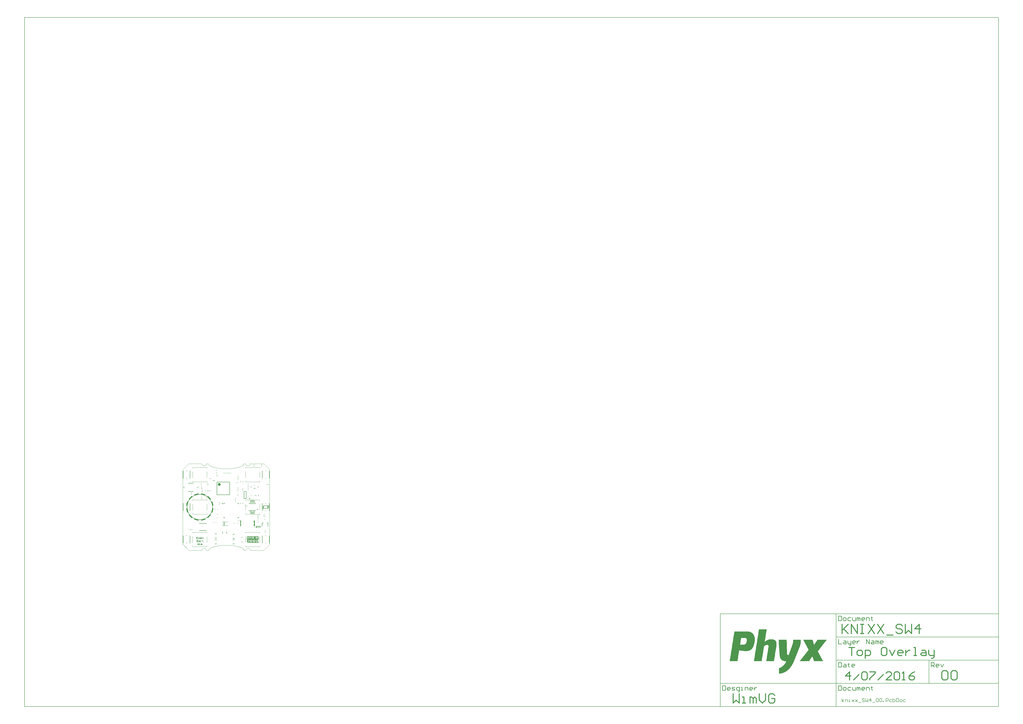
<source format=gto>
G04 Layer_Color=65535*
%FSLAX25Y25*%
%MOIN*%
G70*
G01*
G75*
%ADD10C,0.00787*%
%ADD42C,0.00591*%
%ADD43C,0.01575*%
%ADD44C,0.01969*%
%ADD45C,0.00984*%
%ADD46C,0.00394*%
%ADD60C,0.01000*%
%ADD61C,0.02362*%
G36*
X53206Y-55699D02*
X53759D01*
Y-56242D01*
Y-56796D01*
Y-57349D01*
Y-57897D01*
Y-58451D01*
X54308D01*
Y-59005D01*
X54861D01*
Y-59547D01*
Y-60089D01*
Y-60632D01*
X50454D01*
Y-60089D01*
X49906D01*
Y-60632D01*
X46052D01*
Y-60089D01*
X45498D01*
Y-59547D01*
X45493D01*
Y-60089D01*
X44950D01*
Y-60632D01*
X41097D01*
Y-60089D01*
X40543D01*
Y-59547D01*
X40537D01*
Y-60089D01*
X39995D01*
Y-60632D01*
X36141D01*
Y-60089D01*
X35587D01*
Y-59547D01*
X35039D01*
Y-59005D01*
Y-58451D01*
Y-57897D01*
X35587D01*
Y-57349D01*
X35039D01*
Y-56796D01*
Y-56242D01*
Y-55699D01*
X35587D01*
Y-55146D01*
X39441D01*
Y-55699D01*
X40543D01*
Y-55146D01*
X44396D01*
Y-55699D01*
X45498D01*
Y-55146D01*
X49352D01*
Y-55699D01*
X49906D01*
Y-56242D01*
X50448D01*
Y-56796D01*
Y-57349D01*
Y-57897D01*
Y-58451D01*
X51008D01*
Y-57897D01*
Y-57349D01*
X50454D01*
Y-56796D01*
Y-56242D01*
Y-55699D01*
X51008D01*
Y-55146D01*
X53206D01*
Y-55699D01*
D02*
G37*
G36*
X54012Y-50188D02*
X54566D01*
Y-50730D01*
X55108D01*
Y-51284D01*
Y-51837D01*
Y-52386D01*
Y-52939D01*
Y-53493D01*
Y-54036D01*
Y-54578D01*
Y-55120D01*
X52910D01*
Y-54578D01*
X52357D01*
Y-55120D01*
X50159D01*
Y-54578D01*
X50153D01*
Y-55120D01*
X45203D01*
Y-54578D01*
X45197D01*
Y-55120D01*
X42999D01*
Y-54578D01*
X42446D01*
Y-55120D01*
X40248D01*
Y-54578D01*
X40242D01*
Y-55120D01*
X38044D01*
Y-54578D01*
X37490D01*
Y-55120D01*
X35292D01*
Y-54578D01*
X34744D01*
Y-54036D01*
Y-53493D01*
Y-52939D01*
Y-52386D01*
Y-51837D01*
Y-51284D01*
Y-50730D01*
Y-50188D01*
X35292D01*
Y-49634D01*
X39146D01*
Y-50188D01*
X39700D01*
Y-49634D01*
X44101D01*
Y-50188D01*
X44655D01*
Y-49634D01*
X49611D01*
Y-50188D01*
X50159D01*
Y-49634D01*
X54012D01*
Y-50188D01*
D02*
G37*
%LPC*%
G36*
X43848Y-55699D02*
X41097D01*
Y-56242D01*
X40543D01*
Y-56796D01*
Y-57349D01*
Y-57897D01*
Y-58451D01*
Y-59005D01*
X41097D01*
Y-59547D01*
X43848D01*
Y-59005D01*
X44396D01*
Y-58451D01*
Y-57897D01*
Y-57349D01*
Y-56796D01*
Y-56242D01*
X43848D01*
Y-55699D01*
D02*
G37*
G36*
X38598Y-50188D02*
X35846D01*
Y-50730D01*
X35292D01*
Y-51284D01*
Y-51837D01*
Y-52386D01*
Y-52939D01*
Y-53493D01*
Y-54036D01*
X36400D01*
Y-53493D01*
Y-52939D01*
X38044D01*
Y-53493D01*
Y-54036D01*
X39146D01*
Y-53493D01*
Y-52939D01*
Y-52386D01*
Y-51837D01*
Y-51284D01*
Y-50730D01*
X38598D01*
Y-50188D01*
D02*
G37*
G36*
X48804Y-55699D02*
X46052D01*
Y-56242D01*
X45498D01*
Y-56796D01*
Y-57349D01*
Y-57897D01*
Y-58451D01*
Y-59005D01*
X46052D01*
Y-59547D01*
X48804D01*
Y-59005D01*
X49352D01*
Y-58451D01*
Y-57897D01*
Y-57349D01*
Y-56796D01*
Y-56242D01*
X48804D01*
Y-55699D01*
D02*
G37*
G36*
X38893D02*
X36141D01*
Y-56242D01*
X35587D01*
Y-56796D01*
X36695D01*
Y-56242D01*
X38339D01*
Y-56796D01*
Y-57349D01*
X37231D01*
Y-57897D01*
X38339D01*
Y-58451D01*
Y-59005D01*
X36695D01*
Y-58451D01*
X35587D01*
Y-59005D01*
X36141D01*
Y-59547D01*
X38893D01*
Y-59005D01*
X39441D01*
Y-58451D01*
Y-57897D01*
X38893D01*
Y-57349D01*
X39441D01*
Y-56796D01*
Y-56242D01*
X38893D01*
Y-55699D01*
D02*
G37*
G36*
X52652D02*
X51562D01*
Y-56242D01*
X51008D01*
Y-56796D01*
X51562D01*
Y-57349D01*
Y-57897D01*
Y-58451D01*
Y-59005D01*
X50454D01*
Y-59547D01*
X53759D01*
Y-59005D01*
X52652D01*
Y-58451D01*
Y-57897D01*
Y-57349D01*
Y-56796D01*
Y-56242D01*
Y-55699D01*
D02*
G37*
G36*
X53464Y-50188D02*
X50713D01*
Y-50730D01*
X50159D01*
Y-51284D01*
Y-51837D01*
Y-52386D01*
Y-52939D01*
Y-53493D01*
Y-54036D01*
X51266D01*
Y-53493D01*
Y-52939D01*
X52910D01*
Y-53493D01*
Y-54036D01*
X54012D01*
Y-53493D01*
Y-52939D01*
Y-52386D01*
Y-51837D01*
Y-51284D01*
Y-50730D01*
X53464D01*
Y-50188D01*
D02*
G37*
G36*
X49057D02*
X45203D01*
Y-50730D01*
Y-51284D01*
Y-51837D01*
Y-52386D01*
Y-52939D01*
Y-53493D01*
Y-54036D01*
X49057D01*
Y-53493D01*
X46311D01*
Y-52939D01*
Y-52386D01*
X48509D01*
Y-51837D01*
X46311D01*
Y-51284D01*
Y-50730D01*
X49057D01*
Y-50188D01*
D02*
G37*
G36*
X43553D02*
X40248D01*
Y-50730D01*
Y-51284D01*
Y-51837D01*
Y-52386D01*
Y-52939D01*
Y-53493D01*
Y-54036D01*
X41355D01*
Y-53493D01*
Y-52939D01*
Y-52386D01*
X42999D01*
Y-52939D01*
Y-53493D01*
Y-54036D01*
X44101D01*
Y-53493D01*
Y-52939D01*
Y-52386D01*
X43553D01*
Y-51837D01*
X44101D01*
Y-51284D01*
Y-50730D01*
X43553D01*
Y-50188D01*
D02*
G37*
%LPD*%
G36*
X52910Y-51284D02*
Y-51837D01*
Y-52386D01*
X51266D01*
Y-51837D01*
Y-51284D01*
Y-50730D01*
X52910D01*
Y-51284D01*
D02*
G37*
G36*
X42999D02*
Y-51837D01*
X41355D01*
Y-51284D01*
Y-50730D01*
X42999D01*
Y-51284D01*
D02*
G37*
G36*
X43295Y-56796D02*
X42741D01*
Y-57349D01*
X43295D01*
Y-57897D01*
Y-58451D01*
Y-59005D01*
X41651D01*
Y-58451D01*
X42187D01*
Y-57897D01*
X41651D01*
Y-57349D01*
Y-56796D01*
Y-56242D01*
X43295D01*
Y-56796D01*
D02*
G37*
G36*
X38044Y-51284D02*
Y-51837D01*
Y-52386D01*
X36400D01*
Y-51837D01*
Y-51284D01*
Y-50730D01*
X38044D01*
Y-51284D01*
D02*
G37*
G36*
X48250Y-56796D02*
X47696D01*
Y-57349D01*
X48250D01*
Y-57897D01*
Y-58451D01*
Y-59005D01*
X46606D01*
Y-58451D01*
X47142D01*
Y-57897D01*
X46606D01*
Y-57349D01*
Y-56796D01*
Y-56242D01*
X48250D01*
Y-56796D01*
D02*
G37*
%LPC*%
G36*
X47696Y-57349D02*
X47142D01*
Y-57897D01*
X47696D01*
Y-57349D01*
D02*
G37*
G36*
X42741D02*
X42187D01*
Y-57897D01*
X42741D01*
Y-57349D01*
D02*
G37*
%LPD*%
G36*
X975410Y-225449D02*
Y-225736D01*
Y-226022D01*
Y-226308D01*
Y-226595D01*
Y-226881D01*
Y-227167D01*
Y-227453D01*
Y-227740D01*
Y-228026D01*
Y-228312D01*
Y-228599D01*
Y-228885D01*
Y-229171D01*
Y-229458D01*
Y-229744D01*
Y-230030D01*
Y-230317D01*
Y-230603D01*
Y-230889D01*
Y-231176D01*
X975124D01*
Y-231462D01*
Y-231748D01*
Y-232034D01*
Y-232321D01*
Y-232607D01*
X974838D01*
Y-232893D01*
Y-233180D01*
Y-233466D01*
Y-233752D01*
X974551D01*
Y-234039D01*
Y-234325D01*
Y-234611D01*
Y-234898D01*
X974265D01*
Y-235184D01*
Y-235470D01*
Y-235757D01*
X973979D01*
Y-236043D01*
Y-236329D01*
Y-236615D01*
X973692D01*
Y-236902D01*
Y-237188D01*
Y-237474D01*
X973406D01*
Y-237761D01*
Y-238047D01*
Y-238333D01*
X973120D01*
Y-238620D01*
Y-238906D01*
X972834D01*
Y-239192D01*
Y-239479D01*
X972547D01*
Y-239765D01*
Y-240051D01*
Y-240338D01*
X972261D01*
Y-240624D01*
Y-240910D01*
X971975D01*
Y-241196D01*
Y-241483D01*
Y-241769D01*
X971688D01*
Y-242056D01*
Y-242342D01*
X971402D01*
Y-242628D01*
Y-242914D01*
Y-243201D01*
X971116D01*
Y-243487D01*
Y-243773D01*
X970829D01*
Y-244060D01*
Y-244346D01*
Y-244632D01*
X970543D01*
Y-244919D01*
Y-245205D01*
X970257D01*
Y-245491D01*
Y-245778D01*
Y-246064D01*
X969970D01*
Y-246350D01*
Y-246637D01*
X969684D01*
Y-246923D01*
Y-247209D01*
Y-247495D01*
X969398D01*
Y-247782D01*
Y-248068D01*
X969111D01*
Y-248354D01*
Y-248641D01*
Y-248927D01*
X968825D01*
Y-249213D01*
Y-249500D01*
X968539D01*
Y-249786D01*
Y-250072D01*
Y-250359D01*
X968252D01*
Y-250645D01*
Y-250931D01*
X967966D01*
Y-251218D01*
Y-251504D01*
Y-251790D01*
X967680D01*
Y-252076D01*
Y-252363D01*
X967393D01*
Y-252649D01*
Y-252935D01*
Y-253222D01*
X967107D01*
Y-253508D01*
Y-253794D01*
X966821D01*
Y-254081D01*
Y-254367D01*
Y-254653D01*
X966535D01*
Y-254940D01*
Y-255226D01*
X966248D01*
Y-255512D01*
Y-255799D01*
Y-256085D01*
X965962D01*
Y-256371D01*
Y-256657D01*
X965676D01*
Y-256944D01*
Y-257230D01*
Y-257516D01*
X965389D01*
Y-257803D01*
Y-258089D01*
X965103D01*
Y-258375D01*
Y-258662D01*
Y-258948D01*
X964817D01*
Y-259234D01*
Y-259521D01*
X964530D01*
Y-259807D01*
Y-260093D01*
Y-260380D01*
X964244D01*
Y-260666D01*
Y-260952D01*
X963958D01*
Y-261238D01*
Y-261525D01*
Y-261811D01*
X963671D01*
Y-262097D01*
Y-262384D01*
X963385D01*
Y-262670D01*
Y-262956D01*
X963099D01*
Y-263243D01*
Y-263529D01*
X962813D01*
Y-263815D01*
Y-264102D01*
Y-264388D01*
X962526D01*
Y-264674D01*
X962240D01*
Y-264961D01*
Y-265247D01*
Y-265533D01*
X961954D01*
Y-265819D01*
X961667D01*
Y-266106D01*
Y-266392D01*
X961381D01*
Y-266678D01*
Y-266965D01*
X961095D01*
Y-267251D01*
Y-267537D01*
X960808D01*
Y-267824D01*
Y-268110D01*
X960522D01*
Y-268396D01*
X960236D01*
Y-268683D01*
Y-268969D01*
X959949D01*
Y-269255D01*
Y-269542D01*
X959663D01*
Y-269828D01*
X959377D01*
Y-270114D01*
X959091D01*
Y-270400D01*
Y-270687D01*
X958804D01*
Y-270973D01*
X958518D01*
Y-271259D01*
Y-271546D01*
X958232D01*
Y-271832D01*
X957945D01*
Y-272118D01*
X957659D01*
Y-272405D01*
Y-272691D01*
X957373D01*
Y-272977D01*
X957086D01*
Y-273264D01*
X956800D01*
Y-273550D01*
X956514D01*
Y-273836D01*
X956227D01*
Y-274123D01*
Y-274409D01*
X955941D01*
Y-274695D01*
X955655D01*
Y-274981D01*
X955368D01*
Y-275268D01*
X955082D01*
Y-275554D01*
X954796D01*
Y-275840D01*
X954510D01*
Y-276127D01*
X954223D01*
Y-276413D01*
X953650D01*
Y-276699D01*
X953364D01*
Y-276986D01*
X953078D01*
Y-277272D01*
X952792D01*
Y-277558D01*
X952505D01*
Y-277845D01*
X951933D01*
Y-278131D01*
X951646D01*
Y-278417D01*
X951074D01*
Y-278703D01*
X950787D01*
Y-278990D01*
X950215D01*
Y-279276D01*
X949928D01*
Y-279562D01*
X949356D01*
Y-279849D01*
X948783D01*
Y-280135D01*
X948211D01*
Y-280421D01*
X947638D01*
Y-280708D01*
X947065D01*
Y-280994D01*
X946206D01*
Y-281280D01*
X945634D01*
Y-281567D01*
X944775D01*
Y-281853D01*
X943630D01*
Y-282139D01*
X942484D01*
Y-282426D01*
X940767D01*
Y-282712D01*
X938762D01*
Y-282998D01*
X938476D01*
Y-282712D01*
Y-282426D01*
Y-282139D01*
Y-281853D01*
Y-281567D01*
Y-281280D01*
Y-280994D01*
Y-280708D01*
Y-280421D01*
Y-280135D01*
Y-279849D01*
Y-279562D01*
Y-279276D01*
Y-278990D01*
Y-278703D01*
Y-278417D01*
Y-278131D01*
Y-277845D01*
Y-277558D01*
Y-277272D01*
Y-276986D01*
Y-276699D01*
Y-276413D01*
Y-276127D01*
Y-275840D01*
Y-275554D01*
Y-275268D01*
Y-274981D01*
Y-274695D01*
Y-274409D01*
Y-274123D01*
Y-273836D01*
Y-273550D01*
X939049D01*
Y-273264D01*
X939621D01*
Y-272977D01*
X940194D01*
Y-272691D01*
X940767D01*
Y-272405D01*
X941339D01*
Y-272118D01*
X941912D01*
Y-271832D01*
X942198D01*
Y-271546D01*
X942771D01*
Y-271259D01*
X943057D01*
Y-270973D01*
X943630D01*
Y-270687D01*
X943916D01*
Y-270400D01*
X944202D01*
Y-270114D01*
X944775D01*
Y-269828D01*
X945061D01*
Y-269542D01*
X945347D01*
Y-269255D01*
X945634D01*
Y-268969D01*
X945920D01*
Y-268683D01*
X946206D01*
Y-268396D01*
X946493D01*
Y-268110D01*
X946779D01*
Y-267824D01*
X947065D01*
Y-267537D01*
X947352D01*
Y-267251D01*
X947638D01*
Y-266965D01*
X947924D01*
Y-266678D01*
Y-266392D01*
X948211D01*
Y-266106D01*
X948497D01*
Y-265819D01*
X948783D01*
Y-265533D01*
Y-265247D01*
X949069D01*
Y-264961D01*
X949356D01*
Y-264674D01*
Y-264388D01*
X949642D01*
Y-264102D01*
Y-263815D01*
X949928D01*
Y-263529D01*
X950215D01*
Y-263243D01*
Y-262956D01*
X950501D01*
Y-262670D01*
Y-262384D01*
X950787D01*
Y-262097D01*
Y-261811D01*
X949069D01*
Y-261525D01*
X947065D01*
Y-261238D01*
X945920D01*
Y-260952D01*
X945347D01*
Y-260666D01*
X944489D01*
Y-260380D01*
X943916D01*
Y-260093D01*
X943630D01*
Y-259807D01*
X943057D01*
Y-259521D01*
X942771D01*
Y-259234D01*
X942484D01*
Y-258948D01*
X942198D01*
Y-258662D01*
X941912D01*
Y-258375D01*
X941625D01*
Y-258089D01*
Y-257803D01*
X941339D01*
Y-257516D01*
X941053D01*
Y-257230D01*
Y-256944D01*
X940767D01*
Y-256657D01*
Y-256371D01*
X940480D01*
Y-256085D01*
Y-255799D01*
X940194D01*
Y-255512D01*
Y-255226D01*
Y-254940D01*
X939907D01*
Y-254653D01*
Y-254367D01*
Y-254081D01*
Y-253794D01*
X939621D01*
Y-253508D01*
Y-253222D01*
Y-252935D01*
Y-252649D01*
Y-252363D01*
Y-252076D01*
Y-251790D01*
X939335D01*
Y-251504D01*
Y-251218D01*
Y-250931D01*
Y-250645D01*
Y-250359D01*
Y-250072D01*
Y-249786D01*
Y-249500D01*
Y-249213D01*
Y-248927D01*
Y-248641D01*
Y-248354D01*
Y-248068D01*
Y-247782D01*
Y-247495D01*
X939049D01*
Y-247209D01*
Y-246923D01*
Y-246637D01*
Y-246350D01*
Y-246064D01*
Y-245778D01*
Y-245491D01*
Y-245205D01*
Y-244919D01*
Y-244632D01*
Y-244346D01*
Y-244060D01*
Y-243773D01*
Y-243487D01*
Y-243201D01*
X938762D01*
Y-242914D01*
Y-242628D01*
Y-242342D01*
Y-242056D01*
Y-241769D01*
Y-241483D01*
Y-241196D01*
Y-240910D01*
Y-240624D01*
Y-240338D01*
Y-240051D01*
Y-239765D01*
Y-239479D01*
Y-239192D01*
Y-238906D01*
Y-238620D01*
X938476D01*
Y-238333D01*
Y-238047D01*
Y-237761D01*
Y-237474D01*
Y-237188D01*
Y-236902D01*
Y-236615D01*
Y-236329D01*
Y-236043D01*
Y-235757D01*
Y-235470D01*
Y-235184D01*
Y-234898D01*
Y-234611D01*
Y-234325D01*
Y-234039D01*
X938190D01*
Y-233752D01*
Y-233466D01*
Y-233180D01*
Y-232893D01*
Y-232607D01*
Y-232321D01*
Y-232034D01*
Y-231748D01*
Y-231462D01*
Y-231176D01*
Y-230889D01*
Y-230603D01*
Y-230317D01*
Y-230030D01*
X937903D01*
Y-229744D01*
Y-229458D01*
Y-229171D01*
Y-228885D01*
Y-228599D01*
Y-228312D01*
Y-228026D01*
Y-227740D01*
Y-227453D01*
Y-227167D01*
Y-226881D01*
Y-226595D01*
Y-226308D01*
Y-226022D01*
Y-225736D01*
Y-225449D01*
X937617D01*
Y-225163D01*
X951360D01*
Y-225449D01*
Y-225736D01*
Y-226022D01*
Y-226308D01*
Y-226595D01*
Y-226881D01*
Y-227167D01*
Y-227453D01*
Y-227740D01*
Y-228026D01*
Y-228312D01*
Y-228599D01*
Y-228885D01*
Y-229171D01*
X951646D01*
Y-229458D01*
Y-229744D01*
Y-230030D01*
Y-230317D01*
Y-230603D01*
Y-230889D01*
Y-231176D01*
Y-231462D01*
Y-231748D01*
Y-232034D01*
Y-232321D01*
Y-232607D01*
Y-232893D01*
Y-233180D01*
Y-233466D01*
Y-233752D01*
Y-234039D01*
Y-234325D01*
Y-234611D01*
Y-234898D01*
Y-235184D01*
Y-235470D01*
Y-235757D01*
Y-236043D01*
Y-236329D01*
Y-236615D01*
Y-236902D01*
Y-237188D01*
Y-237474D01*
Y-237761D01*
Y-238047D01*
Y-238333D01*
Y-238620D01*
Y-238906D01*
Y-239192D01*
Y-239479D01*
Y-239765D01*
Y-240051D01*
Y-240338D01*
Y-240624D01*
Y-240910D01*
X951933D01*
Y-241196D01*
X951646D01*
Y-241483D01*
Y-241769D01*
X951933D01*
Y-242056D01*
Y-242342D01*
Y-242628D01*
Y-242914D01*
Y-243201D01*
Y-243487D01*
Y-243773D01*
Y-244060D01*
Y-244346D01*
Y-244632D01*
Y-244919D01*
Y-245205D01*
Y-245491D01*
Y-245778D01*
Y-246064D01*
Y-246350D01*
Y-246637D01*
Y-246923D01*
Y-247209D01*
Y-247495D01*
Y-247782D01*
Y-248068D01*
Y-248354D01*
Y-248641D01*
Y-248927D01*
Y-249213D01*
X952219D01*
Y-249500D01*
Y-249786D01*
Y-250072D01*
X952505D01*
Y-250359D01*
X952792D01*
Y-250645D01*
X953078D01*
Y-250931D01*
X953937D01*
Y-251218D01*
X954796D01*
Y-250931D01*
X955082D01*
Y-250645D01*
Y-250359D01*
Y-250072D01*
X955368D01*
Y-249786D01*
Y-249500D01*
X955655D01*
Y-249213D01*
Y-248927D01*
Y-248641D01*
X955941D01*
Y-248354D01*
Y-248068D01*
Y-247782D01*
X956227D01*
Y-247495D01*
Y-247209D01*
Y-246923D01*
X956514D01*
Y-246637D01*
Y-246350D01*
Y-246064D01*
X956800D01*
Y-245778D01*
Y-245491D01*
X957086D01*
Y-245205D01*
Y-244919D01*
Y-244632D01*
X957373D01*
Y-244346D01*
Y-244060D01*
Y-243773D01*
X957659D01*
Y-243487D01*
Y-243201D01*
Y-242914D01*
X957945D01*
Y-242628D01*
Y-242342D01*
X958232D01*
Y-242056D01*
Y-241769D01*
Y-241483D01*
X958518D01*
Y-241196D01*
Y-240910D01*
Y-240624D01*
X958804D01*
Y-240338D01*
Y-240051D01*
Y-239765D01*
X959091D01*
Y-239479D01*
Y-239192D01*
X959377D01*
Y-238906D01*
Y-238620D01*
Y-238333D01*
X959663D01*
Y-238047D01*
Y-237761D01*
Y-237474D01*
X959949D01*
Y-237188D01*
Y-236902D01*
Y-236615D01*
X960236D01*
Y-236329D01*
Y-236043D01*
X960522D01*
Y-235757D01*
Y-235470D01*
Y-235184D01*
X960808D01*
Y-234898D01*
Y-234611D01*
Y-234325D01*
X961095D01*
Y-234039D01*
Y-233752D01*
Y-233466D01*
X961381D01*
Y-233180D01*
Y-232893D01*
Y-232607D01*
Y-232321D01*
X961667D01*
Y-232034D01*
Y-231748D01*
Y-231462D01*
Y-231176D01*
X961954D01*
Y-230889D01*
Y-230603D01*
Y-230317D01*
Y-230030D01*
Y-229744D01*
X962240D01*
Y-229458D01*
Y-229171D01*
Y-228885D01*
Y-228599D01*
Y-228312D01*
Y-228026D01*
X962526D01*
Y-227740D01*
Y-227453D01*
Y-227167D01*
Y-226881D01*
Y-226595D01*
Y-226308D01*
Y-226022D01*
Y-225736D01*
Y-225449D01*
Y-225163D01*
X975410D01*
Y-225449D01*
D02*
G37*
G36*
X917575Y-207984D02*
Y-208271D01*
X917289D01*
Y-208557D01*
Y-208843D01*
Y-209130D01*
Y-209416D01*
Y-209702D01*
Y-209988D01*
X917002D01*
Y-210275D01*
Y-210561D01*
Y-210847D01*
Y-211134D01*
Y-211420D01*
Y-211706D01*
X916716D01*
Y-211993D01*
Y-212279D01*
Y-212565D01*
Y-212852D01*
Y-213138D01*
Y-213424D01*
Y-213710D01*
X916430D01*
Y-213997D01*
Y-214283D01*
Y-214569D01*
Y-214856D01*
Y-215142D01*
Y-215428D01*
X916144D01*
Y-215715D01*
Y-216001D01*
Y-216287D01*
Y-216574D01*
Y-216860D01*
Y-217146D01*
X915857D01*
Y-217432D01*
Y-217719D01*
Y-218005D01*
Y-218291D01*
Y-218578D01*
Y-218864D01*
Y-219150D01*
X915571D01*
Y-219437D01*
Y-219723D01*
Y-220009D01*
Y-220296D01*
Y-220582D01*
Y-220868D01*
X915285D01*
Y-221155D01*
Y-221441D01*
Y-221727D01*
Y-222013D01*
Y-222300D01*
Y-222586D01*
X914998D01*
Y-222872D01*
Y-223159D01*
Y-223445D01*
Y-223731D01*
Y-224018D01*
Y-224304D01*
X914712D01*
Y-224590D01*
Y-224877D01*
Y-225163D01*
Y-225449D01*
Y-225736D01*
Y-226022D01*
Y-226308D01*
X914426D01*
Y-226595D01*
Y-226881D01*
Y-227167D01*
Y-227453D01*
Y-227740D01*
Y-228026D01*
X914139D01*
Y-228312D01*
Y-228599D01*
X914712D01*
Y-228312D01*
X914998D01*
Y-228026D01*
X915285D01*
Y-227740D01*
X915857D01*
Y-227453D01*
X916144D01*
Y-227167D01*
X916430D01*
Y-226881D01*
X917002D01*
Y-226595D01*
X917575D01*
Y-226308D01*
X917861D01*
Y-226022D01*
X918434D01*
Y-225736D01*
X919293D01*
Y-225449D01*
X919866D01*
Y-225163D01*
X920725D01*
Y-224877D01*
X922156D01*
Y-224590D01*
X928455D01*
Y-224877D01*
X929600D01*
Y-225163D01*
X930459D01*
Y-225449D01*
X931032D01*
Y-225736D01*
X931318D01*
Y-226022D01*
X931891D01*
Y-226308D01*
X932177D01*
Y-226595D01*
X932463D01*
Y-226881D01*
X932750D01*
Y-227167D01*
X933036D01*
Y-227453D01*
Y-227740D01*
X933322D01*
Y-228026D01*
Y-228312D01*
X933609D01*
Y-228599D01*
Y-228885D01*
Y-229171D01*
X933895D01*
Y-229458D01*
Y-229744D01*
Y-230030D01*
Y-230317D01*
X934181D01*
Y-230603D01*
Y-230889D01*
Y-231176D01*
Y-231462D01*
Y-231748D01*
Y-232034D01*
Y-232321D01*
Y-232607D01*
Y-232893D01*
Y-233180D01*
Y-233466D01*
Y-233752D01*
Y-234039D01*
Y-234325D01*
Y-234611D01*
Y-234898D01*
Y-235184D01*
Y-235470D01*
X933895D01*
Y-235757D01*
Y-236043D01*
Y-236329D01*
Y-236615D01*
Y-236902D01*
Y-237188D01*
Y-237474D01*
X933609D01*
Y-237761D01*
Y-238047D01*
Y-238333D01*
Y-238620D01*
Y-238906D01*
Y-239192D01*
Y-239479D01*
X933322D01*
Y-239765D01*
Y-240051D01*
Y-240338D01*
Y-240624D01*
Y-240910D01*
Y-241196D01*
X933036D01*
Y-241483D01*
Y-241769D01*
Y-242056D01*
Y-242342D01*
Y-242628D01*
Y-242914D01*
X932750D01*
Y-243201D01*
Y-243487D01*
Y-243773D01*
Y-244060D01*
Y-244346D01*
Y-244632D01*
X932463D01*
Y-244919D01*
Y-245205D01*
Y-245491D01*
Y-245778D01*
Y-246064D01*
Y-246350D01*
Y-246637D01*
X932177D01*
Y-246923D01*
Y-247209D01*
Y-247495D01*
Y-247782D01*
Y-248068D01*
Y-248354D01*
X931891D01*
Y-248641D01*
Y-248927D01*
Y-249213D01*
Y-249500D01*
Y-249786D01*
Y-250072D01*
X931604D01*
Y-250359D01*
Y-250645D01*
Y-250931D01*
Y-251218D01*
Y-251504D01*
Y-251790D01*
Y-252076D01*
X931318D01*
Y-252363D01*
Y-252649D01*
Y-252935D01*
Y-253222D01*
Y-253508D01*
Y-253794D01*
X931032D01*
Y-254081D01*
Y-254367D01*
Y-254653D01*
Y-254940D01*
Y-255226D01*
Y-255512D01*
X930746D01*
Y-255799D01*
Y-256085D01*
Y-256371D01*
Y-256657D01*
Y-256944D01*
Y-257230D01*
X930459D01*
Y-257516D01*
Y-257803D01*
Y-258089D01*
Y-258375D01*
Y-258662D01*
Y-258948D01*
Y-259234D01*
X930173D01*
Y-259521D01*
Y-259807D01*
Y-260093D01*
Y-260380D01*
Y-260666D01*
Y-260952D01*
X929887D01*
Y-261238D01*
Y-261525D01*
X916716D01*
Y-261238D01*
Y-260952D01*
X917002D01*
Y-260666D01*
Y-260380D01*
Y-260093D01*
Y-259807D01*
Y-259521D01*
Y-259234D01*
X917289D01*
Y-258948D01*
Y-258662D01*
Y-258375D01*
Y-258089D01*
Y-257803D01*
Y-257516D01*
Y-257230D01*
X917575D01*
Y-256944D01*
Y-256657D01*
Y-256371D01*
Y-256085D01*
Y-255799D01*
Y-255512D01*
X917861D01*
Y-255226D01*
Y-254940D01*
Y-254653D01*
Y-254367D01*
Y-254081D01*
Y-253794D01*
X918148D01*
Y-253508D01*
Y-253222D01*
Y-252935D01*
Y-252649D01*
Y-252363D01*
Y-252076D01*
Y-251790D01*
X918434D01*
Y-251504D01*
Y-251218D01*
Y-250931D01*
Y-250645D01*
Y-250359D01*
Y-250072D01*
X918720D01*
Y-249786D01*
Y-249500D01*
Y-249213D01*
Y-248927D01*
Y-248641D01*
Y-248354D01*
Y-248068D01*
X919007D01*
Y-247782D01*
Y-247495D01*
Y-247209D01*
Y-246923D01*
Y-246637D01*
Y-246350D01*
X919293D01*
Y-246064D01*
Y-245778D01*
Y-245491D01*
Y-245205D01*
Y-244919D01*
Y-244632D01*
X919579D01*
Y-244346D01*
Y-244060D01*
Y-243773D01*
Y-243487D01*
Y-243201D01*
Y-242914D01*
X919866D01*
Y-242628D01*
Y-242342D01*
Y-242056D01*
Y-241769D01*
Y-241483D01*
Y-241196D01*
Y-240910D01*
X920152D01*
Y-240624D01*
Y-240338D01*
Y-240051D01*
Y-239765D01*
Y-239479D01*
Y-239192D01*
X920438D01*
Y-238906D01*
Y-238620D01*
Y-238333D01*
Y-238047D01*
Y-237761D01*
Y-237474D01*
Y-237188D01*
X920725D01*
Y-236902D01*
Y-236615D01*
Y-236329D01*
Y-236043D01*
Y-235757D01*
Y-235470D01*
X920438D01*
Y-235184D01*
Y-234898D01*
X920152D01*
Y-234611D01*
X919866D01*
Y-234325D01*
X919293D01*
Y-234039D01*
X917575D01*
Y-234325D01*
X916144D01*
Y-234611D01*
X915285D01*
Y-234898D01*
X914712D01*
Y-235184D01*
X914426D01*
Y-235470D01*
X913853D01*
Y-235757D01*
X913567D01*
Y-236043D01*
X913280D01*
Y-236329D01*
Y-236615D01*
X912994D01*
Y-236902D01*
Y-237188D01*
Y-237474D01*
X912708D01*
Y-237761D01*
Y-238047D01*
Y-238333D01*
Y-238620D01*
Y-238906D01*
Y-239192D01*
X912422D01*
Y-239479D01*
Y-239765D01*
Y-240051D01*
Y-240338D01*
Y-240624D01*
Y-240910D01*
Y-241196D01*
X912135D01*
Y-241483D01*
Y-241769D01*
Y-242056D01*
Y-242342D01*
Y-242628D01*
Y-242914D01*
X911849D01*
Y-243201D01*
Y-243487D01*
Y-243773D01*
Y-244060D01*
Y-244346D01*
Y-244632D01*
X911563D01*
Y-244919D01*
Y-245205D01*
Y-245491D01*
Y-245778D01*
Y-246064D01*
Y-246350D01*
X911276D01*
Y-246637D01*
Y-246923D01*
Y-247209D01*
Y-247495D01*
Y-247782D01*
Y-248068D01*
Y-248354D01*
X910990D01*
Y-248641D01*
Y-248927D01*
Y-249213D01*
Y-249500D01*
Y-249786D01*
Y-250072D01*
X910704D01*
Y-250359D01*
Y-250645D01*
Y-250931D01*
Y-251218D01*
Y-251504D01*
Y-251790D01*
X910417D01*
Y-252076D01*
Y-252363D01*
Y-252649D01*
Y-252935D01*
Y-253222D01*
Y-253508D01*
Y-253794D01*
X910131D01*
Y-254081D01*
Y-254367D01*
Y-254653D01*
Y-254940D01*
Y-255226D01*
Y-255512D01*
X909845D01*
Y-255799D01*
Y-256085D01*
Y-256371D01*
Y-256657D01*
Y-256944D01*
Y-257230D01*
X909558D01*
Y-257516D01*
Y-257803D01*
Y-258089D01*
Y-258375D01*
Y-258662D01*
Y-258948D01*
X909272D01*
Y-259234D01*
Y-259521D01*
Y-259807D01*
Y-260093D01*
Y-260380D01*
Y-260666D01*
Y-260952D01*
X908986D01*
Y-261238D01*
Y-261525D01*
X895815D01*
Y-261238D01*
Y-260952D01*
X896102D01*
Y-260666D01*
Y-260380D01*
Y-260093D01*
Y-259807D01*
Y-259521D01*
Y-259234D01*
Y-258948D01*
X896388D01*
Y-258662D01*
Y-258375D01*
Y-258089D01*
Y-257803D01*
Y-257516D01*
Y-257230D01*
X896674D01*
Y-256944D01*
Y-256657D01*
Y-256371D01*
Y-256085D01*
Y-255799D01*
Y-255512D01*
X896961D01*
Y-255226D01*
Y-254940D01*
Y-254653D01*
Y-254367D01*
Y-254081D01*
Y-253794D01*
Y-253508D01*
X897247D01*
Y-253222D01*
Y-252935D01*
Y-252649D01*
Y-252363D01*
Y-252076D01*
Y-251790D01*
X897533D01*
Y-251504D01*
Y-251218D01*
Y-250931D01*
Y-250645D01*
Y-250359D01*
Y-250072D01*
X897820D01*
Y-249786D01*
Y-249500D01*
Y-249213D01*
Y-248927D01*
Y-248641D01*
Y-248354D01*
X898106D01*
Y-248068D01*
Y-247782D01*
Y-247495D01*
Y-247209D01*
Y-246923D01*
Y-246637D01*
Y-246350D01*
X898392D01*
Y-246064D01*
Y-245778D01*
Y-245491D01*
Y-245205D01*
Y-244919D01*
Y-244632D01*
X898678D01*
Y-244346D01*
Y-244060D01*
Y-243773D01*
Y-243487D01*
Y-243201D01*
Y-242914D01*
X898965D01*
Y-242628D01*
Y-242342D01*
Y-242056D01*
Y-241769D01*
Y-241483D01*
Y-241196D01*
Y-240910D01*
X899251D01*
Y-240624D01*
Y-240338D01*
Y-240051D01*
Y-239765D01*
Y-239479D01*
Y-239192D01*
X899537D01*
Y-238906D01*
Y-238620D01*
Y-238333D01*
Y-238047D01*
Y-237761D01*
Y-237474D01*
X899824D01*
Y-237188D01*
Y-236902D01*
Y-236615D01*
Y-236329D01*
Y-236043D01*
Y-235757D01*
X900110D01*
Y-235470D01*
Y-235184D01*
Y-234898D01*
Y-234611D01*
Y-234325D01*
Y-234039D01*
Y-233752D01*
X900396D01*
Y-233466D01*
Y-233180D01*
Y-232893D01*
Y-232607D01*
Y-232321D01*
Y-232034D01*
X900683D01*
Y-231748D01*
Y-231462D01*
Y-231176D01*
Y-230889D01*
Y-230603D01*
Y-230317D01*
X900969D01*
Y-230030D01*
Y-229744D01*
Y-229458D01*
Y-229171D01*
Y-228885D01*
Y-228599D01*
X901255D01*
Y-228312D01*
Y-228026D01*
Y-227740D01*
Y-227453D01*
Y-227167D01*
Y-226881D01*
Y-226595D01*
X901542D01*
Y-226308D01*
Y-226022D01*
Y-225736D01*
Y-225449D01*
Y-225163D01*
Y-224877D01*
X901828D01*
Y-224590D01*
Y-224304D01*
Y-224018D01*
Y-223731D01*
Y-223445D01*
Y-223159D01*
X902114D01*
Y-222872D01*
Y-222586D01*
Y-222300D01*
Y-222013D01*
Y-221727D01*
Y-221441D01*
Y-221155D01*
X902400D01*
Y-220868D01*
Y-220582D01*
Y-220296D01*
Y-220009D01*
Y-219723D01*
Y-219437D01*
X902687D01*
Y-219150D01*
Y-218864D01*
Y-218578D01*
Y-218291D01*
Y-218005D01*
Y-217719D01*
X902973D01*
Y-217432D01*
Y-217146D01*
Y-216860D01*
Y-216574D01*
Y-216287D01*
Y-216001D01*
X903259D01*
Y-215715D01*
Y-215428D01*
Y-215142D01*
Y-214856D01*
Y-214569D01*
Y-214283D01*
Y-213997D01*
X903546D01*
Y-213710D01*
Y-213424D01*
Y-213138D01*
Y-212852D01*
Y-212565D01*
Y-212279D01*
X903832D01*
Y-211993D01*
Y-211706D01*
Y-211420D01*
Y-211134D01*
Y-210847D01*
Y-210561D01*
X904118D01*
Y-210275D01*
Y-209988D01*
Y-209702D01*
Y-209416D01*
Y-209130D01*
Y-208843D01*
Y-208557D01*
X904405D01*
Y-208271D01*
Y-207984D01*
Y-207698D01*
X917575D01*
Y-207984D01*
D02*
G37*
G36*
X886367Y-211420D02*
X888085D01*
Y-211706D01*
X888944D01*
Y-211993D01*
X889803D01*
Y-212279D01*
X890662D01*
Y-212565D01*
X891234D01*
Y-212852D01*
X891521D01*
Y-213138D01*
X892093D01*
Y-213424D01*
X892380D01*
Y-213710D01*
X892952D01*
Y-213997D01*
X893239D01*
Y-214283D01*
X893525D01*
Y-214569D01*
X893811D01*
Y-214856D01*
X894098D01*
Y-215142D01*
X894384D01*
Y-215428D01*
X894670D01*
Y-215715D01*
Y-216001D01*
X894956D01*
Y-216287D01*
X895243D01*
Y-216574D01*
Y-216860D01*
X895529D01*
Y-217146D01*
X895815D01*
Y-217432D01*
Y-217719D01*
X896102D01*
Y-218005D01*
Y-218291D01*
Y-218578D01*
X896388D01*
Y-218864D01*
Y-219150D01*
Y-219437D01*
X896674D01*
Y-219723D01*
Y-220009D01*
Y-220296D01*
Y-220582D01*
X896961D01*
Y-220868D01*
Y-221155D01*
Y-221441D01*
Y-221727D01*
Y-222013D01*
X897247D01*
Y-222300D01*
Y-222586D01*
Y-222872D01*
Y-223159D01*
Y-223445D01*
Y-223731D01*
Y-224018D01*
Y-224304D01*
Y-224590D01*
Y-224877D01*
Y-225163D01*
Y-225449D01*
Y-225736D01*
Y-226022D01*
Y-226308D01*
Y-226595D01*
Y-226881D01*
Y-227167D01*
Y-227453D01*
Y-227740D01*
X896961D01*
Y-228026D01*
Y-228312D01*
Y-228599D01*
Y-228885D01*
Y-229171D01*
Y-229458D01*
Y-229744D01*
X896674D01*
Y-230030D01*
Y-230317D01*
Y-230603D01*
Y-230889D01*
Y-231176D01*
X896388D01*
Y-231462D01*
Y-231748D01*
Y-232034D01*
Y-232321D01*
Y-232607D01*
X896102D01*
Y-232893D01*
Y-233180D01*
Y-233466D01*
X895815D01*
Y-233752D01*
Y-234039D01*
Y-234325D01*
Y-234611D01*
X895529D01*
Y-234898D01*
Y-235184D01*
Y-235470D01*
X895243D01*
Y-235757D01*
Y-236043D01*
X894956D01*
Y-236329D01*
Y-236615D01*
Y-236902D01*
X894670D01*
Y-237188D01*
Y-237474D01*
X894384D01*
Y-237761D01*
Y-238047D01*
X894098D01*
Y-238333D01*
Y-238620D01*
X893811D01*
Y-238906D01*
X893525D01*
Y-239192D01*
Y-239479D01*
X893239D01*
Y-239765D01*
X892952D01*
Y-240051D01*
X892666D01*
Y-240338D01*
Y-240624D01*
X892380D01*
Y-240910D01*
X892093D01*
Y-241196D01*
X891807D01*
Y-241483D01*
X891521D01*
Y-241769D01*
X891234D01*
Y-242056D01*
X890662D01*
Y-242342D01*
X890375D01*
Y-242628D01*
X889803D01*
Y-242914D01*
X889517D01*
Y-243201D01*
X888944D01*
Y-243487D01*
X888085D01*
Y-243773D01*
X887226D01*
Y-244060D01*
X886367D01*
Y-244346D01*
X884649D01*
Y-244632D01*
X879496D01*
Y-244346D01*
X876919D01*
Y-244060D01*
X874914D01*
Y-243773D01*
X873483D01*
Y-243487D01*
X872051D01*
Y-243201D01*
X870620D01*
Y-243487D01*
Y-243773D01*
Y-244060D01*
Y-244346D01*
Y-244632D01*
Y-244919D01*
Y-245205D01*
X870333D01*
Y-245491D01*
Y-245778D01*
Y-246064D01*
Y-246350D01*
Y-246637D01*
Y-246923D01*
X870047D01*
Y-247209D01*
Y-247495D01*
Y-247782D01*
Y-248068D01*
Y-248354D01*
Y-248641D01*
X869761D01*
Y-248927D01*
Y-249213D01*
Y-249500D01*
Y-249786D01*
Y-250072D01*
Y-250359D01*
Y-250645D01*
X869475D01*
Y-250931D01*
Y-251218D01*
Y-251504D01*
Y-251790D01*
Y-252076D01*
Y-252363D01*
X869188D01*
Y-252649D01*
Y-252935D01*
Y-253222D01*
Y-253508D01*
Y-253794D01*
Y-254081D01*
X868902D01*
Y-254367D01*
Y-254653D01*
Y-254940D01*
Y-255226D01*
Y-255512D01*
Y-255799D01*
Y-256085D01*
X868616D01*
Y-256371D01*
Y-256657D01*
Y-256944D01*
Y-257230D01*
Y-257516D01*
Y-257803D01*
X868329D01*
Y-258089D01*
Y-258375D01*
Y-258662D01*
Y-258948D01*
Y-259234D01*
Y-259521D01*
X868043D01*
Y-259807D01*
Y-260093D01*
Y-260380D01*
Y-260666D01*
Y-260952D01*
Y-261238D01*
Y-261525D01*
X854586D01*
Y-261238D01*
X854873D01*
Y-260952D01*
Y-260666D01*
Y-260380D01*
Y-260093D01*
Y-259807D01*
X855159D01*
Y-259521D01*
Y-259234D01*
Y-258948D01*
Y-258662D01*
Y-258375D01*
Y-258089D01*
Y-257803D01*
X855445D01*
Y-257516D01*
Y-257230D01*
Y-256944D01*
Y-256657D01*
Y-256371D01*
Y-256085D01*
X855731D01*
Y-255799D01*
Y-255512D01*
Y-255226D01*
Y-254940D01*
Y-254653D01*
Y-254367D01*
X856018D01*
Y-254081D01*
Y-253794D01*
Y-253508D01*
Y-253222D01*
Y-252935D01*
Y-252649D01*
Y-252363D01*
X856304D01*
Y-252076D01*
Y-251790D01*
Y-251504D01*
Y-251218D01*
Y-250931D01*
Y-250645D01*
X856590D01*
Y-250359D01*
Y-250072D01*
Y-249786D01*
Y-249500D01*
Y-249213D01*
Y-248927D01*
X856877D01*
Y-248641D01*
Y-248354D01*
Y-248068D01*
Y-247782D01*
Y-247495D01*
Y-247209D01*
X857163D01*
Y-246923D01*
Y-246637D01*
Y-246350D01*
Y-246064D01*
Y-245778D01*
Y-245491D01*
Y-245205D01*
X857449D01*
Y-244919D01*
Y-244632D01*
Y-244346D01*
Y-244060D01*
Y-243773D01*
Y-243487D01*
X857736D01*
Y-243201D01*
Y-242914D01*
Y-242628D01*
Y-242342D01*
Y-242056D01*
Y-241769D01*
X858022D01*
Y-241483D01*
Y-241196D01*
Y-240910D01*
Y-240624D01*
Y-240338D01*
Y-240051D01*
X858308D01*
Y-239765D01*
Y-239479D01*
Y-239192D01*
Y-238906D01*
Y-238620D01*
Y-238333D01*
Y-238047D01*
X858595D01*
Y-237761D01*
Y-237474D01*
Y-237188D01*
Y-236902D01*
Y-236615D01*
Y-236329D01*
X858881D01*
Y-236043D01*
Y-235757D01*
Y-235470D01*
Y-235184D01*
Y-234898D01*
Y-234611D01*
X859167D01*
Y-234325D01*
Y-234039D01*
Y-233752D01*
Y-233466D01*
Y-233180D01*
Y-232893D01*
Y-232607D01*
X859454D01*
Y-232321D01*
Y-232034D01*
Y-231748D01*
Y-231462D01*
Y-231176D01*
Y-230889D01*
X859740D01*
Y-230603D01*
Y-230317D01*
Y-230030D01*
Y-229744D01*
Y-229458D01*
Y-229171D01*
X860026D01*
Y-228885D01*
Y-228599D01*
Y-228312D01*
Y-228026D01*
Y-227740D01*
Y-227453D01*
X860313D01*
Y-227167D01*
Y-226881D01*
Y-226595D01*
Y-226308D01*
Y-226022D01*
Y-225736D01*
Y-225449D01*
X860599D01*
Y-225163D01*
Y-224877D01*
Y-224590D01*
Y-224304D01*
Y-224018D01*
Y-223731D01*
X860885D01*
Y-223445D01*
Y-223159D01*
Y-222872D01*
Y-222586D01*
Y-222300D01*
Y-222013D01*
X861172D01*
Y-221727D01*
Y-221441D01*
Y-221155D01*
Y-220868D01*
Y-220582D01*
Y-220296D01*
Y-220009D01*
X861458D01*
Y-219723D01*
Y-219437D01*
Y-219150D01*
Y-218864D01*
Y-218578D01*
Y-218291D01*
X861744D01*
Y-218005D01*
Y-217719D01*
Y-217432D01*
Y-217146D01*
Y-216860D01*
Y-216574D01*
X862030D01*
Y-216287D01*
Y-216001D01*
Y-215715D01*
Y-215428D01*
Y-215142D01*
Y-214856D01*
Y-214569D01*
X862317D01*
Y-214283D01*
Y-213997D01*
Y-213710D01*
Y-213424D01*
Y-213138D01*
Y-212852D01*
X862603D01*
Y-212565D01*
Y-212279D01*
Y-211993D01*
Y-211706D01*
Y-211420D01*
Y-211134D01*
X886367D01*
Y-211420D01*
D02*
G37*
G36*
X1019503Y-225449D02*
X1019216D01*
Y-225736D01*
X1018930D01*
Y-226022D01*
Y-226308D01*
X1018643D01*
Y-226595D01*
X1018357D01*
Y-226881D01*
X1018071D01*
Y-227167D01*
Y-227453D01*
X1017785D01*
Y-227740D01*
X1017498D01*
Y-228026D01*
X1017212D01*
Y-228312D01*
X1016926D01*
Y-228599D01*
Y-228885D01*
X1016639D01*
Y-229171D01*
X1016353D01*
Y-229458D01*
X1016067D01*
Y-229744D01*
Y-230030D01*
X1015780D01*
Y-230317D01*
X1015494D01*
Y-230603D01*
X1015208D01*
Y-230889D01*
X1014921D01*
Y-231176D01*
Y-231462D01*
X1014635D01*
Y-231748D01*
X1014349D01*
Y-232034D01*
X1014062D01*
Y-232321D01*
Y-232607D01*
X1013776D01*
Y-232893D01*
X1013490D01*
Y-233180D01*
X1013204D01*
Y-233466D01*
Y-233752D01*
X1012917D01*
Y-234039D01*
X1012631D01*
Y-234325D01*
X1012345D01*
Y-234611D01*
X1012058D01*
Y-234898D01*
Y-235184D01*
X1011772D01*
Y-235470D01*
X1011486D01*
Y-235757D01*
X1011199D01*
Y-236043D01*
Y-236329D01*
X1010913D01*
Y-236615D01*
X1010627D01*
Y-236902D01*
X1010340D01*
Y-237188D01*
Y-237474D01*
X1010054D01*
Y-237761D01*
X1009768D01*
Y-238047D01*
X1009482D01*
Y-238333D01*
X1009195D01*
Y-238620D01*
Y-238906D01*
X1008909D01*
Y-239192D01*
X1008623D01*
Y-239479D01*
X1008336D01*
Y-239765D01*
Y-240051D01*
X1008050D01*
Y-240338D01*
X1007764D01*
Y-240624D01*
X1007477D01*
Y-240910D01*
Y-241196D01*
X1007191D01*
Y-241483D01*
X1006905D01*
Y-241769D01*
X1006618D01*
Y-242056D01*
X1006332D01*
Y-242342D01*
Y-242628D01*
X1006046D01*
Y-242914D01*
X1005760D01*
Y-243201D01*
X1005473D01*
Y-243487D01*
Y-243773D01*
X1005187D01*
Y-244060D01*
X1004900D01*
Y-244346D01*
X1004614D01*
Y-244632D01*
X1004328D01*
Y-244919D01*
Y-245205D01*
X1004614D01*
Y-245491D01*
Y-245778D01*
X1004900D01*
Y-246064D01*
Y-246350D01*
X1005187D01*
Y-246637D01*
X1005473D01*
Y-246923D01*
Y-247209D01*
X1005760D01*
Y-247495D01*
Y-247782D01*
X1006046D01*
Y-248068D01*
Y-248354D01*
X1006332D01*
Y-248641D01*
Y-248927D01*
X1006618D01*
Y-249213D01*
Y-249500D01*
X1006905D01*
Y-249786D01*
Y-250072D01*
X1007191D01*
Y-250359D01*
Y-250645D01*
X1007477D01*
Y-250931D01*
Y-251218D01*
X1007764D01*
Y-251504D01*
X1008050D01*
Y-251790D01*
Y-252076D01*
X1008336D01*
Y-252363D01*
Y-252649D01*
X1008623D01*
Y-252935D01*
Y-253222D01*
X1008909D01*
Y-253508D01*
Y-253794D01*
X1009195D01*
Y-254081D01*
Y-254367D01*
X1009482D01*
Y-254653D01*
Y-254940D01*
X1009768D01*
Y-255226D01*
Y-255512D01*
X1010054D01*
Y-255799D01*
X1010340D01*
Y-256085D01*
Y-256371D01*
X1010627D01*
Y-256657D01*
Y-256944D01*
X1010913D01*
Y-257230D01*
Y-257516D01*
X1011199D01*
Y-257803D01*
Y-258089D01*
X1011486D01*
Y-258375D01*
Y-258662D01*
X1011772D01*
Y-258948D01*
Y-259234D01*
X1012058D01*
Y-259521D01*
Y-259807D01*
X1012345D01*
Y-260093D01*
X1012631D01*
Y-260380D01*
Y-260666D01*
X1012917D01*
Y-260952D01*
Y-261238D01*
X1013204D01*
Y-261525D01*
X998029D01*
Y-261238D01*
X997743D01*
Y-260952D01*
Y-260666D01*
Y-260380D01*
X997456D01*
Y-260093D01*
Y-259807D01*
Y-259521D01*
X997170D01*
Y-259234D01*
Y-258948D01*
X996884D01*
Y-258662D01*
Y-258375D01*
Y-258089D01*
X996597D01*
Y-257803D01*
Y-257516D01*
Y-257230D01*
X996311D01*
Y-256944D01*
Y-256657D01*
X996025D01*
Y-256371D01*
Y-256085D01*
Y-255799D01*
X995739D01*
Y-255512D01*
Y-255226D01*
Y-254940D01*
X995452D01*
Y-254653D01*
Y-254367D01*
Y-254081D01*
X995166D01*
Y-253794D01*
X994593D01*
Y-254081D01*
Y-254367D01*
X994307D01*
Y-254653D01*
X994021D01*
Y-254940D01*
Y-255226D01*
X993734D01*
Y-255512D01*
X993448D01*
Y-255799D01*
Y-256085D01*
X993162D01*
Y-256371D01*
X992875D01*
Y-256657D01*
Y-256944D01*
X992589D01*
Y-257230D01*
X992303D01*
Y-257516D01*
X992017D01*
Y-257803D01*
Y-258089D01*
X991730D01*
Y-258375D01*
X991444D01*
Y-258662D01*
Y-258948D01*
X991158D01*
Y-259234D01*
X990871D01*
Y-259521D01*
Y-259807D01*
X990585D01*
Y-260093D01*
X990299D01*
Y-260380D01*
Y-260666D01*
X990012D01*
Y-260952D01*
X989726D01*
Y-261238D01*
Y-261525D01*
X973692D01*
Y-261238D01*
X973979D01*
Y-260952D01*
X974265D01*
Y-260666D01*
X974551D01*
Y-260380D01*
X974838D01*
Y-260093D01*
Y-259807D01*
X975124D01*
Y-259521D01*
X975410D01*
Y-259234D01*
X975697D01*
Y-258948D01*
X975983D01*
Y-258662D01*
Y-258375D01*
X976269D01*
Y-258089D01*
X976556D01*
Y-257803D01*
X976842D01*
Y-257516D01*
Y-257230D01*
X977128D01*
Y-256944D01*
X977415D01*
Y-256657D01*
X977701D01*
Y-256371D01*
X977987D01*
Y-256085D01*
Y-255799D01*
X978273D01*
Y-255512D01*
X978560D01*
Y-255226D01*
X978846D01*
Y-254940D01*
X979132D01*
Y-254653D01*
Y-254367D01*
X979419D01*
Y-254081D01*
X979705D01*
Y-253794D01*
X979991D01*
Y-253508D01*
Y-253222D01*
X980278D01*
Y-252935D01*
X980564D01*
Y-252649D01*
X980850D01*
Y-252363D01*
X981137D01*
Y-252076D01*
Y-251790D01*
X981423D01*
Y-251504D01*
X981709D01*
Y-251218D01*
X981995D01*
Y-250931D01*
Y-250645D01*
X982282D01*
Y-250359D01*
X982568D01*
Y-250072D01*
X982854D01*
Y-249786D01*
X983141D01*
Y-249500D01*
Y-249213D01*
X983427D01*
Y-248927D01*
X983713D01*
Y-248641D01*
X984000D01*
Y-248354D01*
Y-248068D01*
X984286D01*
Y-247782D01*
X984572D01*
Y-247495D01*
X984859D01*
Y-247209D01*
X985145D01*
Y-246923D01*
Y-246637D01*
X985431D01*
Y-246350D01*
X985718D01*
Y-246064D01*
X986004D01*
Y-245778D01*
X986290D01*
Y-245491D01*
Y-245205D01*
X986576D01*
Y-244919D01*
X986863D01*
Y-244632D01*
X987149D01*
Y-244346D01*
Y-244060D01*
X987435D01*
Y-243773D01*
X987722D01*
Y-243487D01*
X988008D01*
Y-243201D01*
X988294D01*
Y-242914D01*
Y-242628D01*
X988581D01*
Y-242342D01*
Y-242056D01*
Y-241769D01*
X988294D01*
Y-241483D01*
X988008D01*
Y-241196D01*
Y-240910D01*
X987722D01*
Y-240624D01*
Y-240338D01*
X987435D01*
Y-240051D01*
Y-239765D01*
X987149D01*
Y-239479D01*
Y-239192D01*
X986863D01*
Y-238906D01*
Y-238620D01*
X986576D01*
Y-238333D01*
Y-238047D01*
X986290D01*
Y-237761D01*
X986004D01*
Y-237474D01*
Y-237188D01*
X985718D01*
Y-236902D01*
Y-236615D01*
X985431D01*
Y-236329D01*
Y-236043D01*
X985145D01*
Y-235757D01*
Y-235470D01*
X984859D01*
Y-235184D01*
Y-234898D01*
X984572D01*
Y-234611D01*
Y-234325D01*
X984286D01*
Y-234039D01*
X984000D01*
Y-233752D01*
Y-233466D01*
X983713D01*
Y-233180D01*
Y-232893D01*
X983427D01*
Y-232607D01*
Y-232321D01*
X983141D01*
Y-232034D01*
Y-231748D01*
X982854D01*
Y-231462D01*
Y-231176D01*
X982568D01*
Y-230889D01*
Y-230603D01*
X982282D01*
Y-230317D01*
Y-230030D01*
X981995D01*
Y-229744D01*
X981709D01*
Y-229458D01*
Y-229171D01*
X981423D01*
Y-228885D01*
Y-228599D01*
X981137D01*
Y-228312D01*
Y-228026D01*
X980850D01*
Y-227740D01*
Y-227453D01*
X980564D01*
Y-227167D01*
Y-226881D01*
X980278D01*
Y-226595D01*
Y-226308D01*
X979991D01*
Y-226022D01*
X979705D01*
Y-225736D01*
Y-225449D01*
X979419D01*
Y-225163D01*
X995166D01*
Y-225449D01*
X995452D01*
Y-225736D01*
Y-226022D01*
Y-226308D01*
X995739D01*
Y-226595D01*
Y-226881D01*
Y-227167D01*
X996025D01*
Y-227453D01*
Y-227740D01*
Y-228026D01*
X996311D01*
Y-228312D01*
Y-228599D01*
Y-228885D01*
X996597D01*
Y-229171D01*
Y-229458D01*
Y-229744D01*
X996884D01*
Y-230030D01*
Y-230317D01*
Y-230603D01*
X997170D01*
Y-230889D01*
Y-231176D01*
Y-231462D01*
X997456D01*
Y-231748D01*
Y-232034D01*
Y-232321D01*
X997743D01*
Y-232607D01*
Y-232893D01*
Y-233180D01*
Y-233466D01*
X998315D01*
Y-233180D01*
X998602D01*
Y-232893D01*
X998888D01*
Y-232607D01*
Y-232321D01*
X999174D01*
Y-232034D01*
X999461D01*
Y-231748D01*
Y-231462D01*
X999747D01*
Y-231176D01*
X1000033D01*
Y-230889D01*
Y-230603D01*
X1000319D01*
Y-230317D01*
X1000606D01*
Y-230030D01*
Y-229744D01*
X1000892D01*
Y-229458D01*
X1001178D01*
Y-229171D01*
Y-228885D01*
X1001465D01*
Y-228599D01*
X1001751D01*
Y-228312D01*
Y-228026D01*
X1002037D01*
Y-227740D01*
X1002324D01*
Y-227453D01*
Y-227167D01*
X1002610D01*
Y-226881D01*
X1002896D01*
Y-226595D01*
Y-226308D01*
X1003183D01*
Y-226022D01*
X1003469D01*
Y-225736D01*
Y-225449D01*
X1003755D01*
Y-225163D01*
X1019503D01*
Y-225449D01*
D02*
G37*
%LPC*%
G36*
X882072Y-222300D02*
X874056D01*
Y-222586D01*
Y-222872D01*
Y-223159D01*
Y-223445D01*
Y-223731D01*
X873769D01*
Y-224018D01*
Y-224304D01*
Y-224590D01*
Y-224877D01*
Y-225163D01*
Y-225449D01*
X873483D01*
Y-225736D01*
Y-226022D01*
Y-226308D01*
Y-226595D01*
Y-226881D01*
Y-227167D01*
X873197D01*
Y-227453D01*
Y-227740D01*
Y-228026D01*
Y-228312D01*
Y-228599D01*
Y-228885D01*
X872910D01*
Y-229171D01*
Y-229458D01*
Y-229744D01*
Y-230030D01*
Y-230317D01*
Y-230603D01*
Y-230889D01*
X872624D01*
Y-231176D01*
Y-231462D01*
Y-231748D01*
Y-232034D01*
Y-232321D01*
Y-232607D01*
X872338D01*
Y-232893D01*
Y-233180D01*
Y-233466D01*
X879496D01*
Y-233180D01*
X880641D01*
Y-232893D01*
X881213D01*
Y-232607D01*
X881500D01*
Y-232321D01*
X881786D01*
Y-232034D01*
X882072D01*
Y-231748D01*
X882359D01*
Y-231462D01*
Y-231176D01*
X882645D01*
Y-230889D01*
Y-230603D01*
X882931D01*
Y-230317D01*
Y-230030D01*
X883218D01*
Y-229744D01*
Y-229458D01*
Y-229171D01*
Y-228885D01*
X883504D01*
Y-228599D01*
Y-228312D01*
Y-228026D01*
Y-227740D01*
Y-227453D01*
X883790D01*
Y-227167D01*
Y-226881D01*
Y-226595D01*
Y-226308D01*
Y-226022D01*
Y-225736D01*
Y-225449D01*
Y-225163D01*
Y-224877D01*
Y-224590D01*
Y-224304D01*
X883504D01*
Y-224018D01*
Y-223731D01*
X883218D01*
Y-223445D01*
Y-223159D01*
X882931D01*
Y-222872D01*
X882645D01*
Y-222586D01*
X882072D01*
Y-222300D01*
D02*
G37*
%LPD*%
D10*
X-23346Y0D02*
G03*
X-23346Y0I-21654J0D01*
G01*
X63189Y-3543D02*
G03*
X63189Y-3543I-394J0D01*
G01*
X48289Y8994D02*
G03*
X40294Y8994I-3997J-8994D01*
G01*
X48393Y7178D02*
G03*
X40189Y7178I-4102J-7178D01*
G01*
X48162Y10741D02*
G03*
X40390Y10730I-3871J-10741D01*
G01*
X40421Y-10741D02*
G03*
X48193Y-10730I3871J10741D01*
G01*
X40189Y-7178D02*
G03*
X48393Y-7178I4102J7178D01*
G01*
X40294Y-8994D02*
G03*
X48289Y-8994I3997J8994D01*
G01*
X-4134Y-18307D02*
X-2657D01*
X-4134D02*
Y-16831D01*
X19193Y-18307D02*
X20669D01*
Y-16831D01*
Y5020D02*
Y6496D01*
X19193D02*
X20669D01*
X-4134D02*
X-2657D01*
X-4134Y5020D02*
Y6496D01*
X53937Y33465D02*
Y35039D01*
X42126Y33465D02*
Y35039D01*
X46654Y36812D02*
X47835D01*
X46654Y31693D02*
X49409D01*
X38386Y-5906D02*
X50197D01*
X38386Y5906D02*
X50197D01*
X-15945Y20669D02*
X5709D01*
X-15945Y42323D02*
X5709D01*
Y20669D02*
Y42323D01*
X-15945Y20669D02*
Y42323D01*
X-46063Y-39764D02*
X-33465D01*
X-46063Y-27953D02*
X-33465D01*
X69095Y-26772D02*
X70866D01*
X60827D02*
X62598D01*
X70866Y-32677D02*
Y-26772D01*
X60827Y-32677D02*
Y-26772D01*
X50296Y-32679D02*
X58170D01*
X50296Y-34254D02*
X58170D01*
Y-32679D01*
X50296Y-34254D02*
Y-32679D01*
X29921Y14370D02*
Y26575D01*
X33858Y14370D02*
Y26575D01*
X29921D02*
X33858D01*
X29921Y14370D02*
X33858D01*
X-342520Y-338583D02*
X1311024D01*
X-342520D02*
Y830709D01*
X1311024Y-338583D02*
Y830709D01*
X-342520D02*
X1311024D01*
X1035433Y-338583D02*
Y-181102D01*
X838583Y-338583D02*
Y-181102D01*
X1311024D01*
X838583Y-299213D02*
X1311024D01*
X1035433Y-259842D02*
X1311024D01*
X1035433Y-220473D02*
X1311024D01*
X1192913Y-299213D02*
Y-259842D01*
X1045276Y-330709D02*
Y-324805D01*
Y-328741D02*
X1048227Y-326773D01*
X1045276Y-328741D02*
X1048227Y-330709D01*
X1051179D02*
Y-326773D01*
X1054131D01*
X1055115Y-327757D01*
Y-330709D01*
X1057083D02*
X1059051D01*
X1058067D01*
Y-326773D01*
X1057083D01*
X1062002D02*
X1065938Y-330709D01*
X1063970Y-328741D01*
X1065938Y-326773D01*
X1062002Y-330709D01*
X1067906Y-326773D02*
X1071842Y-330709D01*
X1069874Y-328741D01*
X1071842Y-326773D01*
X1067906Y-330709D01*
X1073810Y-331693D02*
X1077745D01*
X1083649Y-325789D02*
X1082665Y-324805D01*
X1080697D01*
X1079713Y-325789D01*
Y-326773D01*
X1080697Y-327757D01*
X1082665D01*
X1083649Y-328741D01*
Y-329725D01*
X1082665Y-330709D01*
X1080697D01*
X1079713Y-329725D01*
X1085617Y-324805D02*
Y-330709D01*
X1087585Y-328741D01*
X1089553Y-330709D01*
Y-324805D01*
X1094472Y-330709D02*
Y-324805D01*
X1091521Y-327757D01*
X1095456D01*
X1097424Y-331693D02*
X1101360D01*
X1103328Y-325789D02*
X1104312Y-324805D01*
X1106279D01*
X1107263Y-325789D01*
Y-329725D01*
X1106279Y-330709D01*
X1104312D01*
X1103328Y-329725D01*
Y-325789D01*
X1109231D02*
X1110215Y-324805D01*
X1112183D01*
X1113167Y-325789D01*
Y-329725D01*
X1112183Y-330709D01*
X1110215D01*
X1109231Y-329725D01*
Y-325789D01*
X1115135Y-330709D02*
Y-329725D01*
X1116119D01*
Y-330709D01*
X1115135D01*
X1120055D02*
Y-324805D01*
X1123006D01*
X1123990Y-325789D01*
Y-327757D01*
X1123006Y-328741D01*
X1120055D01*
X1129894Y-326773D02*
X1126942D01*
X1125958Y-327757D01*
Y-329725D01*
X1126942Y-330709D01*
X1129894D01*
X1131862Y-324805D02*
Y-330709D01*
X1134813D01*
X1135798Y-329725D01*
Y-328741D01*
Y-327757D01*
X1134813Y-326773D01*
X1131862D01*
X1137765Y-324805D02*
Y-330709D01*
X1140717D01*
X1141701Y-329725D01*
Y-325789D01*
X1140717Y-324805D01*
X1137765D01*
X1144653Y-330709D02*
X1146621D01*
X1147605Y-329725D01*
Y-327757D01*
X1146621Y-326773D01*
X1144653D01*
X1143669Y-327757D01*
Y-329725D01*
X1144653Y-330709D01*
X1153508Y-326773D02*
X1150556D01*
X1149572Y-327757D01*
Y-329725D01*
X1150556Y-330709D01*
X1153508D01*
D42*
X24409Y42520D02*
Y43307D01*
X28346Y42520D02*
Y43307D01*
X-17126Y58071D02*
X-16339D01*
X-17126Y62008D02*
X-16339D01*
X-67894Y61299D02*
X-67106D01*
X-73405Y48701D02*
Y61299D01*
X-61594Y48701D02*
Y61299D01*
X-67894Y48701D02*
X-67106D01*
X66606D02*
X67394D01*
X72905D02*
Y61299D01*
X61094Y48701D02*
Y61299D01*
X66606D02*
X67394D01*
X-67894Y-48701D02*
X-67106D01*
X-73405Y-61299D02*
Y-48701D01*
X-61594Y-61299D02*
Y-48701D01*
X-67894Y-61299D02*
X-67106D01*
X66606D02*
X67394D01*
X72905D02*
Y-48701D01*
X61094Y-61299D02*
Y-48701D01*
X66606D02*
X67394D01*
X-67894Y6299D02*
X-67106D01*
X-73405Y-6299D02*
Y6299D01*
X-61594Y-6299D02*
Y6299D01*
X-67894Y-6299D02*
X-67106D01*
X66606D02*
X67394D01*
X72905D02*
Y6299D01*
X61094Y-6299D02*
Y6299D01*
X66606D02*
X67394D01*
X-72047Y32283D02*
Y34646D01*
X-64567Y40551D02*
X-55905D01*
X-48425Y32283D02*
Y34646D01*
X-64567Y26378D02*
X-55905D01*
X11024Y-53106D02*
X14173D01*
X11024Y-46106D02*
X14173D01*
X11024Y-62555D02*
X14173D01*
X11024Y-55555D02*
X14173D01*
X744Y-44882D02*
Y-41732D01*
X-6256Y-44882D02*
Y-41732D01*
X-19291Y-45713D02*
X-16142D01*
X-19291Y-52713D02*
X-16142D01*
X-19291Y-55555D02*
X-16142D01*
X-19291Y-62555D02*
X-16142D01*
X12992Y-27953D02*
Y-27165D01*
X19291Y-27953D02*
Y-27165D01*
X71260Y38189D02*
Y38976D01*
X68898Y38189D02*
Y38976D01*
X59842Y69291D02*
X60630D01*
X59842Y71653D02*
X60630D01*
X46850Y69291D02*
X47638D01*
X46850Y71653D02*
X47638D01*
X54331Y18898D02*
Y20472D01*
X50394Y18898D02*
Y20472D01*
X36614Y32677D02*
X37402D01*
X36614Y35039D02*
X37402D01*
X36614Y36614D02*
X37402D01*
X36614Y38976D02*
X37402D01*
X48425Y19685D02*
Y20472D01*
X42126Y19685D02*
Y20472D01*
X7480Y57480D02*
Y58268D01*
X5118Y57480D02*
Y58268D01*
X394Y57480D02*
Y58268D01*
X2756Y57480D02*
Y58268D01*
X-4331Y57480D02*
Y58268D01*
X-1969Y57480D02*
Y58268D01*
X19291Y30709D02*
X20079D01*
X19291Y33071D02*
X20079D01*
X19291Y26772D02*
X20079D01*
X19291Y29134D02*
X20079D01*
X32283Y1575D02*
Y2362D01*
X34646Y1575D02*
Y2362D01*
X-30315Y27165D02*
Y27953D01*
X-27953Y27165D02*
Y27953D01*
X-16142Y54724D02*
X-15354D01*
X-16142Y52362D02*
X-15354D01*
X19291Y40945D02*
Y41732D01*
X16929Y40945D02*
Y41732D01*
X14961Y15354D02*
X15748D01*
X14961Y12992D02*
X15748D01*
X14961Y11417D02*
X15748D01*
X14961Y9055D02*
X15748D01*
X63779Y-12697D02*
X64567D01*
X63779Y-15059D02*
X64567D01*
X19291Y19291D02*
X20079D01*
X19291Y21654D02*
X20079D01*
X64961Y-20965D02*
X65748D01*
X64961Y-17028D02*
X65748D01*
X-42520Y34252D02*
X-41732D01*
X-42520Y31890D02*
X-41732D01*
X-42913Y37795D02*
X-42126D01*
X-42913Y40157D02*
X-42126D01*
X22835Y-23622D02*
Y-22835D01*
X20472Y-23622D02*
Y-22835D01*
X-59842Y24016D02*
X-59055D01*
X-59842Y21654D02*
X-59055D01*
X-41339Y27953D02*
X-40551D01*
X-41339Y30315D02*
X-40551D01*
X-41339Y24016D02*
X-40551D01*
X-41339Y26378D02*
X-40551D01*
X-35827Y27559D02*
Y28346D01*
X-31890Y27559D02*
Y28346D01*
X53543Y-20079D02*
X54331D01*
X53543Y-17717D02*
X54331D01*
X-63386Y-38583D02*
Y-37795D01*
X-61024Y-38583D02*
Y-37795D01*
X53543Y-16142D02*
X54331D01*
X53543Y-13780D02*
X54331D01*
X-57087Y-38583D02*
Y-37795D01*
X-59449Y-38583D02*
Y-37795D01*
X-34252Y14173D02*
X-33465D01*
X-34252Y16535D02*
X-33465D01*
X19291Y48819D02*
X20079D01*
X19291Y46457D02*
X20079D01*
X-42126Y14173D02*
X-41339D01*
X-42126Y16535D02*
X-41339D01*
X19291Y52362D02*
X20079D01*
X19291Y50000D02*
X20079D01*
X27756Y-51575D02*
Y-50787D01*
X25394Y-51575D02*
Y-50787D01*
X-31890Y40157D02*
X-31102D01*
X-31890Y37795D02*
X-31102D01*
X27756Y-59449D02*
Y-58661D01*
X25394Y-59449D02*
Y-58661D01*
X-28346Y48031D02*
Y48819D01*
X-25984Y48031D02*
Y48819D01*
X70000Y-2256D02*
Y2254D01*
X63465Y-2256D02*
X70000D01*
X63465Y2254D02*
X70000D01*
X63465Y-2256D02*
Y2254D01*
X53642Y-23425D02*
X54429D01*
X53642Y-25787D02*
X54429D01*
X65453Y-42520D02*
X66240D01*
X65453Y-40157D02*
X66240D01*
X36614Y31102D02*
X37402D01*
X36614Y28740D02*
X37402D01*
X27559D02*
X28346D01*
X27559Y31102D02*
X28346D01*
X27953Y5906D02*
Y6693D01*
X24016Y5906D02*
Y6693D01*
X-12205Y7480D02*
X-11417D01*
X-12205Y5118D02*
X-11417D01*
X-17717Y-26378D02*
Y-25591D01*
X-21654Y-26378D02*
Y-25591D01*
X-15748Y-12205D02*
X-14961D01*
X-15748Y-18504D02*
X-14961D01*
Y-4331D02*
Y-3543D01*
X-18898Y-4331D02*
Y-3543D01*
X70000Y-2256D02*
X71555Y-1969D01*
X70866Y0D02*
X71555Y-1969D01*
X70866Y0D02*
X72047D01*
X70866Y1969D02*
X72047Y0D01*
X70866Y1969D02*
X72905D01*
X62795Y984D02*
X63465Y2254D01*
X62008Y0D02*
X62795Y984D01*
X62008Y0D02*
X62795Y-984D01*
X61094Y-2953D02*
X62795Y-984D01*
X-50591Y-50830D02*
Y-53979D01*
Y-52929D01*
X-48491Y-50830D01*
X-50066Y-52405D01*
X-48491Y-53979D01*
X-46917D02*
X-45868D01*
X-45343Y-53454D01*
Y-52405D01*
X-45868Y-51880D01*
X-46917D01*
X-47442Y-52405D01*
Y-53454D01*
X-46917Y-53979D01*
X-42719D02*
X-43769D01*
X-44293Y-53454D01*
Y-52405D01*
X-43769Y-51880D01*
X-42719D01*
X-42194Y-52405D01*
Y-52929D01*
X-44293D01*
X-41145Y-53979D02*
Y-51880D01*
X-39571D01*
X-39046Y-52405D01*
Y-53979D01*
X-50066Y-56026D02*
Y-59175D01*
X-48491D01*
X-47967Y-58650D01*
Y-58125D01*
X-48491Y-57600D01*
X-50066D01*
X-48491D01*
X-47967Y-57075D01*
Y-56551D01*
X-48491Y-56026D01*
X-50066D01*
X-46392Y-57075D02*
X-45343D01*
X-44818Y-57600D01*
Y-59175D01*
X-46392D01*
X-46917Y-58650D01*
X-46392Y-58125D01*
X-44818D01*
X-43769Y-57075D02*
Y-59175D01*
Y-58125D01*
X-43244Y-57600D01*
X-42719Y-57075D01*
X-42194D01*
X-40095Y-56551D02*
Y-57075D01*
X-40620D01*
X-39571D01*
X-40095D01*
Y-58650D01*
X-39571Y-59175D01*
X-48754Y-61221D02*
Y-64370D01*
X-47704Y-63321D01*
X-46655Y-64370D01*
Y-61221D01*
X-45605Y-64370D02*
X-44556D01*
X-45081D01*
Y-62271D01*
X-45605D01*
X-42981Y-64370D02*
Y-62271D01*
X-42457D01*
X-41932Y-62796D01*
Y-64370D01*
Y-62796D01*
X-41407Y-62271D01*
X-40882Y-62796D01*
Y-64370D01*
D43*
X1057087Y-238193D02*
X1066270D01*
X1061678D01*
Y-251969D01*
X1073158D02*
X1077749D01*
X1080045Y-249673D01*
Y-245081D01*
X1077749Y-242785D01*
X1073158D01*
X1070862Y-245081D01*
Y-249673D01*
X1073158Y-251969D01*
X1084637Y-256560D02*
Y-242785D01*
X1091524D01*
X1093820Y-245081D01*
Y-249673D01*
X1091524Y-251969D01*
X1084637D01*
X1119075Y-238193D02*
X1114483D01*
X1112187Y-240489D01*
Y-249673D01*
X1114483Y-251969D01*
X1119075D01*
X1121370Y-249673D01*
Y-240489D01*
X1119075Y-238193D01*
X1125962Y-242785D02*
X1130554Y-251969D01*
X1135145Y-242785D01*
X1146625Y-251969D02*
X1142033D01*
X1139737Y-249673D01*
Y-245081D01*
X1142033Y-242785D01*
X1146625D01*
X1148921Y-245081D01*
Y-247377D01*
X1139737D01*
X1153512Y-242785D02*
Y-251969D01*
Y-247377D01*
X1155808Y-245081D01*
X1158104Y-242785D01*
X1160400D01*
X1167287Y-251969D02*
X1171879D01*
X1169583D01*
Y-238193D01*
X1167287D01*
X1181062Y-242785D02*
X1185654D01*
X1187950Y-245081D01*
Y-251969D01*
X1181062D01*
X1178767Y-249673D01*
X1181062Y-247377D01*
X1187950D01*
X1192542Y-242785D02*
Y-249673D01*
X1194837Y-251969D01*
X1201725D01*
Y-254264D01*
X1199429Y-256560D01*
X1197133D01*
X1201725Y-251969D02*
Y-242785D01*
X1045276Y-198824D02*
Y-214567D01*
Y-209319D01*
X1055771Y-198824D01*
X1047899Y-206696D01*
X1055771Y-214567D01*
X1061018D02*
Y-198824D01*
X1071514Y-214567D01*
Y-198824D01*
X1076762D02*
X1082009D01*
X1079385D01*
Y-214567D01*
X1076762D01*
X1082009D01*
X1089881Y-198824D02*
X1100376Y-214567D01*
Y-198824D02*
X1089881Y-214567D01*
X1105624Y-198824D02*
X1116119Y-214567D01*
Y-198824D02*
X1105624Y-214567D01*
X1121367Y-217191D02*
X1131862D01*
X1147605Y-201448D02*
X1144981Y-198824D01*
X1139733D01*
X1137109Y-201448D01*
Y-204072D01*
X1139733Y-206696D01*
X1144981D01*
X1147605Y-209319D01*
Y-211943D01*
X1144981Y-214567D01*
X1139733D01*
X1137109Y-211943D01*
X1152852Y-198824D02*
Y-214567D01*
X1158100Y-209319D01*
X1163348Y-214567D01*
Y-198824D01*
X1176467Y-214567D02*
Y-198824D01*
X1168595Y-206696D01*
X1179091D01*
X1058069Y-293307D02*
Y-279532D01*
X1051181Y-286420D01*
X1060365D01*
X1064956Y-293307D02*
X1074140Y-284124D01*
X1078731Y-281828D02*
X1081027Y-279532D01*
X1085619D01*
X1087915Y-281828D01*
Y-291011D01*
X1085619Y-293307D01*
X1081027D01*
X1078731Y-291011D01*
Y-281828D01*
X1092506Y-279532D02*
X1101690D01*
Y-281828D01*
X1092506Y-291011D01*
Y-293307D01*
X1106281D02*
X1115465Y-284124D01*
X1129240Y-293307D02*
X1120057D01*
X1129240Y-284124D01*
Y-281828D01*
X1126944Y-279532D01*
X1122352D01*
X1120057Y-281828D01*
X1133832D02*
X1136127Y-279532D01*
X1140719D01*
X1143015Y-281828D01*
Y-291011D01*
X1140719Y-293307D01*
X1136127D01*
X1133832Y-291011D01*
Y-281828D01*
X1147607Y-293307D02*
X1152198D01*
X1149903D01*
Y-279532D01*
X1147607Y-281828D01*
X1168269Y-279532D02*
X1163678Y-281828D01*
X1159086Y-286420D01*
Y-291011D01*
X1161382Y-293307D01*
X1165973D01*
X1168269Y-291011D01*
Y-288715D01*
X1165973Y-286420D01*
X1159086D01*
X1214567Y-280188D02*
X1217191Y-277564D01*
X1222438D01*
X1225062Y-280188D01*
Y-290683D01*
X1222438Y-293307D01*
X1217191D01*
X1214567Y-290683D01*
Y-280188D01*
X1230310D02*
X1232934Y-277564D01*
X1238181D01*
X1240805Y-280188D01*
Y-290683D01*
X1238181Y-293307D01*
X1232934D01*
X1230310Y-290683D01*
Y-280188D01*
X860236Y-316934D02*
Y-332677D01*
X865484Y-327430D01*
X870732Y-332677D01*
Y-316934D01*
X875979Y-332677D02*
X881227D01*
X878603D01*
Y-322182D01*
X875979D01*
X889098Y-332677D02*
Y-322182D01*
X891722D01*
X894346Y-324806D01*
Y-332677D01*
Y-324806D01*
X896970Y-322182D01*
X899594Y-324806D01*
Y-332677D01*
X904841Y-316934D02*
Y-327430D01*
X910089Y-332677D01*
X915337Y-327430D01*
Y-316934D01*
X931079Y-319558D02*
X928456Y-316934D01*
X923208D01*
X920584Y-319558D01*
Y-330053D01*
X923208Y-332677D01*
X928456D01*
X931079Y-330053D01*
Y-324806D01*
X925832D01*
D44*
X-36488Y20551D02*
G03*
X-42097Y22054I-8512J-20551D01*
G01*
X-22946Y2903D02*
G03*
X-24449Y8512I-22054J-2903D01*
G01*
X-27353Y13541D02*
G03*
X-31459Y17647I-17647J-13541D01*
G01*
X-58541Y17648D02*
G03*
X-62647Y13542I13541J-17647D01*
G01*
X-65551Y8513D02*
G03*
X-67053Y2904I20551J-8512D01*
G01*
X-47903Y22054D02*
G03*
X-53512Y20551I2903J-22054D01*
G01*
X-62646Y-13541D02*
G03*
X-58540Y-17647I17647J13541D01*
G01*
X-53511Y-20551D02*
G03*
X-47902Y-22053I8512J20551D01*
G01*
X-67053Y-2903D02*
G03*
X-65550Y-8512I22054J2903D01*
G01*
X-31458Y-17646D02*
G03*
X-27352Y-13540I-13541J17647D01*
G01*
X-24448Y-8511D02*
G03*
X-22945Y-2902I-20551J8512D01*
G01*
X-42096Y-22052D02*
G03*
X-36487Y-20549I-2903J22054D01*
G01*
D45*
X-6201Y5906D02*
G03*
X-6201Y5906I-492J0D01*
G01*
X53445Y-3937D02*
G03*
X53445Y-3937I-492J0D01*
G01*
X-20571Y45079D02*
G03*
X-20571Y45079I-492J0D01*
G01*
X51379Y-34450D02*
G03*
X51379Y-34450I-492J0D01*
G01*
X40256Y14173D02*
G03*
X40256Y14173I-492J0D01*
G01*
X46926Y-31599D02*
G03*
X46926Y-23519I-11099J4040D01*
G01*
X24728D02*
G03*
X24728Y-31599I11099J-4040D01*
G01*
X47638Y-32283D02*
Y-22835D01*
X24016Y-32283D02*
Y-22835D01*
X1039370Y-303152D02*
Y-311024D01*
X1043306D01*
X1044618Y-309712D01*
Y-304464D01*
X1043306Y-303152D01*
X1039370D01*
X1048553Y-311024D02*
X1051177D01*
X1052489Y-309712D01*
Y-307088D01*
X1051177Y-305776D01*
X1048553D01*
X1047242Y-307088D01*
Y-309712D01*
X1048553Y-311024D01*
X1060361Y-305776D02*
X1056425D01*
X1055113Y-307088D01*
Y-309712D01*
X1056425Y-311024D01*
X1060361D01*
X1062984Y-305776D02*
Y-309712D01*
X1064296Y-311024D01*
X1068232D01*
Y-305776D01*
X1070856Y-311024D02*
Y-305776D01*
X1072168D01*
X1073480Y-307088D01*
Y-311024D01*
Y-307088D01*
X1074792Y-305776D01*
X1076104Y-307088D01*
Y-311024D01*
X1082663D02*
X1080039D01*
X1078728Y-309712D01*
Y-307088D01*
X1080039Y-305776D01*
X1082663D01*
X1083975Y-307088D01*
Y-308400D01*
X1078728D01*
X1086599Y-311024D02*
Y-305776D01*
X1090535D01*
X1091847Y-307088D01*
Y-311024D01*
X1095782Y-304464D02*
Y-305776D01*
X1094470D01*
X1097094D01*
X1095782D01*
Y-309712D01*
X1097094Y-311024D01*
X1039370Y-263782D02*
Y-271654D01*
X1043306D01*
X1044618Y-270342D01*
Y-265094D01*
X1043306Y-263782D01*
X1039370D01*
X1048553Y-266406D02*
X1051177D01*
X1052489Y-267718D01*
Y-271654D01*
X1048553D01*
X1047242Y-270342D01*
X1048553Y-269030D01*
X1052489D01*
X1056425Y-265094D02*
Y-266406D01*
X1055113D01*
X1057737D01*
X1056425D01*
Y-270342D01*
X1057737Y-271654D01*
X1065608D02*
X1062984D01*
X1061673Y-270342D01*
Y-267718D01*
X1062984Y-266406D01*
X1065608D01*
X1066920Y-267718D01*
Y-269030D01*
X1061673D01*
X1039370Y-224412D02*
Y-232283D01*
X1044618D01*
X1048553Y-227036D02*
X1051177D01*
X1052489Y-228348D01*
Y-232283D01*
X1048553D01*
X1047242Y-230972D01*
X1048553Y-229660D01*
X1052489D01*
X1055113Y-227036D02*
Y-230972D01*
X1056425Y-232283D01*
X1060361D01*
Y-233595D01*
X1059049Y-234907D01*
X1057737D01*
X1060361Y-232283D02*
Y-227036D01*
X1066920Y-232283D02*
X1064296D01*
X1062984Y-230972D01*
Y-228348D01*
X1064296Y-227036D01*
X1066920D01*
X1068232Y-228348D01*
Y-229660D01*
X1062984D01*
X1070856Y-227036D02*
Y-232283D01*
Y-229660D01*
X1072168Y-228348D01*
X1073480Y-227036D01*
X1074792D01*
X1086599Y-232283D02*
Y-224412D01*
X1091847Y-232283D01*
Y-224412D01*
X1095782Y-227036D02*
X1098406D01*
X1099718Y-228348D01*
Y-232283D01*
X1095782D01*
X1094470Y-230972D01*
X1095782Y-229660D01*
X1099718D01*
X1102342Y-232283D02*
Y-227036D01*
X1103654D01*
X1104966Y-228348D01*
Y-232283D01*
Y-228348D01*
X1106278Y-227036D01*
X1107590Y-228348D01*
Y-232283D01*
X1114149D02*
X1111525D01*
X1110213Y-230972D01*
Y-228348D01*
X1111525Y-227036D01*
X1114149D01*
X1115461Y-228348D01*
Y-229660D01*
X1110213D01*
X1039370Y-185042D02*
Y-192913D01*
X1043306D01*
X1044618Y-191602D01*
Y-186354D01*
X1043306Y-185042D01*
X1039370D01*
X1048553Y-192913D02*
X1051177D01*
X1052489Y-191602D01*
Y-188978D01*
X1051177Y-187666D01*
X1048553D01*
X1047242Y-188978D01*
Y-191602D01*
X1048553Y-192913D01*
X1060361Y-187666D02*
X1056425D01*
X1055113Y-188978D01*
Y-191602D01*
X1056425Y-192913D01*
X1060361D01*
X1062984Y-187666D02*
Y-191602D01*
X1064296Y-192913D01*
X1068232D01*
Y-187666D01*
X1070856Y-192913D02*
Y-187666D01*
X1072168D01*
X1073480Y-188978D01*
Y-192913D01*
Y-188978D01*
X1074792Y-187666D01*
X1076104Y-188978D01*
Y-192913D01*
X1082663D02*
X1080039D01*
X1078728Y-191602D01*
Y-188978D01*
X1080039Y-187666D01*
X1082663D01*
X1083975Y-188978D01*
Y-190290D01*
X1078728D01*
X1086599Y-192913D02*
Y-187666D01*
X1090535D01*
X1091847Y-188978D01*
Y-192913D01*
X1095782Y-186354D02*
Y-187666D01*
X1094470D01*
X1097094D01*
X1095782D01*
Y-191602D01*
X1097094Y-192913D01*
X842520Y-303152D02*
Y-311024D01*
X846455D01*
X847767Y-309712D01*
Y-304464D01*
X846455Y-303152D01*
X842520D01*
X854327Y-311024D02*
X851703D01*
X850391Y-309712D01*
Y-307088D01*
X851703Y-305776D01*
X854327D01*
X855639Y-307088D01*
Y-308400D01*
X850391D01*
X858263Y-311024D02*
X862198D01*
X863510Y-309712D01*
X862198Y-308400D01*
X859575D01*
X858263Y-307088D01*
X859575Y-305776D01*
X863510D01*
X868758Y-313648D02*
X870070D01*
X871382Y-312336D01*
Y-305776D01*
X867446D01*
X866134Y-307088D01*
Y-309712D01*
X867446Y-311024D01*
X871382D01*
X874006D02*
X876629D01*
X875317D01*
Y-305776D01*
X874006D01*
X880565Y-311024D02*
Y-305776D01*
X884501D01*
X885813Y-307088D01*
Y-311024D01*
X892372D02*
X889749D01*
X888437Y-309712D01*
Y-307088D01*
X889749Y-305776D01*
X892372D01*
X893684Y-307088D01*
Y-308400D01*
X888437D01*
X896308Y-305776D02*
Y-311024D01*
Y-308400D01*
X897620Y-307088D01*
X898932Y-305776D01*
X900244D01*
X1196850Y-271654D02*
Y-263782D01*
X1200786D01*
X1202098Y-265094D01*
Y-267718D01*
X1200786Y-269030D01*
X1196850D01*
X1199474D02*
X1202098Y-271654D01*
X1208658D02*
X1206034D01*
X1204722Y-270342D01*
Y-267718D01*
X1206034Y-266406D01*
X1208658D01*
X1209970Y-267718D01*
Y-269030D01*
X1204722D01*
X1212593Y-266406D02*
X1215217Y-271654D01*
X1217841Y-266406D01*
D46*
X-32795Y-5118D02*
Y5118D01*
X-57205Y-12205D02*
X-32795D01*
X-57205Y-5118D02*
Y5118D01*
Y12205D02*
X-32795D01*
X-57205Y10630D02*
Y12205D01*
X-32795Y10630D02*
Y12205D01*
Y-12205D02*
Y-10630D01*
X-57205Y-12205D02*
Y-10630D01*
X56705Y-5118D02*
Y5118D01*
X32295Y-12205D02*
X56705D01*
X32295Y-5118D02*
Y5118D01*
Y12205D02*
X56705D01*
X32295Y10630D02*
Y12205D01*
X56705Y10630D02*
Y12205D01*
Y-12205D02*
Y-10630D01*
X32295Y-12205D02*
Y-10630D01*
Y-67205D02*
Y-65630D01*
X56705Y-67205D02*
Y-65630D01*
Y-44370D02*
Y-42795D01*
X32295Y-44370D02*
Y-42795D01*
X56705D01*
X32295Y-60118D02*
Y-49882D01*
Y-67205D02*
X56705D01*
Y-60118D02*
Y-49882D01*
X-32795Y-60118D02*
Y-49882D01*
X-57205Y-67205D02*
X-32795D01*
X-57205Y-60118D02*
Y-49882D01*
Y-42795D02*
X-32795D01*
X-57205Y-44370D02*
Y-42795D01*
X-32795Y-44370D02*
Y-42795D01*
Y-67205D02*
Y-65630D01*
X-57205Y-67205D02*
Y-65630D01*
X32295Y42795D02*
Y44370D01*
X56705Y42795D02*
Y44370D01*
Y65630D02*
Y67205D01*
X32295Y65630D02*
Y67205D01*
X56705D01*
X32295Y49882D02*
Y60118D01*
Y42795D02*
X56705D01*
Y49882D02*
Y60118D01*
X-32795Y49882D02*
Y60118D01*
X-57205Y42795D02*
X-32795D01*
X-57205Y49882D02*
Y60118D01*
Y67205D02*
X-32795D01*
X-57205Y65630D02*
Y67205D01*
X-32795Y65630D02*
Y67205D01*
Y42795D02*
Y44370D01*
X-57205Y42795D02*
Y44370D01*
X-3543Y-31693D02*
Y-25000D01*
X-4331Y-31693D02*
Y-25000D01*
X-7283Y-31693D02*
X3347D01*
X-7283Y-25000D02*
X3347D01*
X-3937Y-31693D02*
Y-25000D01*
X29367Y73260D02*
Y73540D01*
X32491D01*
X29975Y-73177D02*
X29991Y-73461D01*
X29847Y-72611D02*
X29975Y-73177D01*
X29590Y-72048D02*
X29847Y-72611D01*
X29207Y-71492D02*
X29590Y-72048D01*
X28699Y-70944D02*
X29207Y-71492D01*
X28068Y-70407D02*
X28699Y-70944D01*
X27317Y-69882D02*
X28068Y-70407D01*
X26449Y-69374D02*
X27317Y-69882D01*
X25467Y-68882D02*
X26449Y-69374D01*
X24376Y-68411D02*
X25467Y-68882D01*
X23181Y-67961D02*
X24376Y-68411D01*
X21887Y-67534D02*
X23181Y-67961D01*
X20499Y-67133D02*
X21887Y-67534D01*
X19023Y-66759D02*
X20499Y-67133D01*
X17465Y-66413D02*
X19023Y-66759D01*
X15833Y-66098D02*
X17465Y-66413D01*
X14133Y-65814D02*
X15833Y-66098D01*
X12372Y-65563D02*
X14133Y-65814D01*
X10559Y-65346D02*
X12372Y-65563D01*
X8699Y-65164D02*
X10559Y-65346D01*
X6803Y-65017D02*
X8699Y-65164D01*
X4878Y-64907D02*
X6803Y-65017D01*
X2931Y-64832D02*
X4878Y-64907D01*
X972Y-64795D02*
X2931Y-64832D01*
X-991Y-64795D02*
X972D01*
X-2950Y-64832D02*
X-991Y-64795D01*
X-4896Y-64907D02*
X-2950Y-64832D01*
X-6821Y-65017D02*
X-4896Y-64907D01*
X-8718Y-65164D02*
X-6821Y-65017D01*
X-10577Y-65346D02*
X-8718Y-65164D01*
X-12390Y-65563D02*
X-10577Y-65346D01*
X-14151Y-65814D02*
X-12390Y-65563D01*
X-15851Y-66098D02*
X-14151Y-65814D01*
X-17483Y-66413D02*
X-15851Y-66098D01*
X-19041Y-66759D02*
X-17483Y-66413D01*
X-20517Y-67133D02*
X-19041Y-66759D01*
X-21905Y-67534D02*
X-20517Y-67133D01*
X-23199Y-67961D02*
X-21905Y-67534D01*
X-24395Y-68411D02*
X-23199Y-67961D01*
X-25485Y-68882D02*
X-24395Y-68411D01*
X-26467Y-69374D02*
X-25485Y-68882D01*
X-27335Y-69882D02*
X-26467Y-69374D01*
X-28086Y-70407D02*
X-27335Y-69882D01*
X-28717Y-70944D02*
X-28086Y-70407D01*
X-29225Y-71492D02*
X-28717Y-70944D01*
X-29608Y-72048D02*
X-29225Y-71492D01*
X-29865Y-72611D02*
X-29608Y-72048D01*
X-29993Y-73177D02*
X-29865Y-72611D01*
X-30009Y-73461D02*
X-29993Y-73177D01*
X-30509Y73540D02*
X-30493Y73260D01*
X-30365Y72702D01*
X-30109Y72148D01*
X-29727Y71600D01*
X-29220Y71060D01*
X-28590Y70530D01*
X-27840Y70014D01*
X-26973Y69513D01*
X-25993Y69029D01*
X-24905Y68564D01*
X-23712Y68120D01*
X-22420Y67700D01*
X-21034Y67305D01*
X-19561Y66936D01*
X-18006Y66596D01*
X-16376Y66285D01*
X-14679Y66006D01*
X-12922Y65759D01*
X-11112Y65544D01*
X-9256Y65365D01*
X-7363Y65220D01*
X-5441Y65111D01*
X-3498Y65038D01*
X-1543Y65002D01*
X417D01*
X2372Y65038D01*
X4315Y65111D01*
X6237Y65220D01*
X8130Y65365D01*
X9986Y65545D01*
X11796Y65759D01*
X13554Y66006D01*
X15251Y66285D01*
X16880Y66596D01*
X18435Y66936D01*
X19908Y67305D01*
X21294Y67700D01*
X22586Y68120D01*
X23779Y68564D01*
X24867Y69029D01*
X25847Y69513D01*
X26714Y70014D01*
X27464Y70530D01*
X28094Y71060D01*
X28601Y71600D01*
X28983Y72148D01*
X29239Y72702D01*
X29367Y73260D01*
X-74009Y-62960D02*
Y63539D01*
X-63509Y-73461D02*
X-41509D01*
X-74009Y-62960D02*
X-63509Y-73461D01*
X-33509D02*
X-30009D01*
X-33568Y-73114D02*
X-33509Y-73461D01*
X-33657Y-72773D02*
X-33568Y-73114D01*
X-33775Y-72442D02*
X-33657Y-72773D01*
X-33921Y-72123D02*
X-33775Y-72442D01*
X-34095Y-71817D02*
X-33921Y-72123D01*
X-34295Y-71527D02*
X-34095Y-71817D01*
X-34519Y-71257D02*
X-34295Y-71527D01*
X-34766Y-71006D02*
X-34519Y-71257D01*
X-35034Y-70779D02*
X-34766Y-71006D01*
X-35321Y-70575D02*
X-35034Y-70779D01*
X-35624Y-70397D02*
X-35321Y-70575D01*
X-35942Y-70246D02*
X-35624Y-70397D01*
X-36272Y-70124D02*
X-35942Y-70246D01*
X-36611Y-70031D02*
X-36272Y-70124D01*
X-36957Y-69967D02*
X-36611Y-70031D01*
X-37307Y-69934D02*
X-36957Y-69967D01*
X-37659Y-69932D02*
X-37307Y-69934D01*
X-38009Y-69960D02*
X-37659Y-69932D01*
X-38356Y-70019D02*
X-38009Y-69960D01*
X-38696Y-70108D02*
X-38356Y-70019D01*
X-39027Y-70226D02*
X-38696Y-70108D01*
X-39347Y-70373D02*
X-39027Y-70226D01*
X-39653Y-70547D02*
X-39347Y-70373D01*
X-39942Y-70746D02*
X-39653Y-70547D01*
X-40213Y-70971D02*
X-39942Y-70746D01*
X-40463Y-71218D02*
X-40213Y-70971D01*
X-40691Y-71486D02*
X-40463Y-71218D01*
X-40895Y-71772D02*
X-40691Y-71486D01*
X-41072Y-72076D02*
X-40895Y-71772D01*
X-41223Y-72394D02*
X-41072Y-72076D01*
X-41346Y-72723D02*
X-41223Y-72394D01*
X-41439Y-73062D02*
X-41346Y-72723D01*
X-41502Y-73408D02*
X-41439Y-73062D01*
X-41509Y-73461D02*
X-41502Y-73408D01*
X-64009Y73540D02*
X-41509D01*
X-74009Y63539D02*
X-64009Y73540D01*
X-33509D02*
X-30509D01*
X-41509D02*
X-41450Y73193D01*
X-41361Y72852D01*
X-41243Y72521D01*
X-41097Y72202D01*
X-40923Y71896D01*
X-40723Y71606D01*
X-40499Y71336D01*
X-40252Y71085D01*
X-39984Y70858D01*
X-39697Y70654D01*
X-39394Y70476D01*
X-39076Y70325D01*
X-38746Y70203D01*
X-38407Y70110D01*
X-38061Y70046D01*
X-37711Y70013D01*
X-37360Y70011D01*
X-37009Y70039D01*
X-36662Y70098D01*
X-36322Y70187D01*
X-35991Y70305D01*
X-35671Y70452D01*
X-35365Y70626D01*
X-35076Y70825D01*
X-34805Y71050D01*
X-34555Y71297D01*
X-34327Y71565D01*
X-34124Y71851D01*
X-33946Y72155D01*
X-33795Y72473D01*
X-33672Y72802D01*
X-33579Y73141D01*
X-33516Y73487D01*
X-33509Y73540D01*
X73491Y-63460D02*
Y64039D01*
X40991Y-73461D02*
X63491D01*
X29991D02*
X32991D01*
X40932Y-73114D02*
X40991Y-73461D01*
X40843Y-72773D02*
X40932Y-73114D01*
X40725Y-72442D02*
X40843Y-72773D01*
X40579Y-72123D02*
X40725Y-72442D01*
X40405Y-71817D02*
X40579Y-72123D01*
X40205Y-71527D02*
X40405Y-71817D01*
X39981Y-71257D02*
X40205Y-71527D01*
X39734Y-71006D02*
X39981Y-71257D01*
X39466Y-70779D02*
X39734Y-71006D01*
X39179Y-70575D02*
X39466Y-70779D01*
X38876Y-70397D02*
X39179Y-70575D01*
X38558Y-70246D02*
X38876Y-70397D01*
X38228Y-70124D02*
X38558Y-70246D01*
X37889Y-70031D02*
X38228Y-70124D01*
X37543Y-69967D02*
X37889Y-70031D01*
X37193Y-69934D02*
X37543Y-69967D01*
X36841Y-69932D02*
X37193Y-69934D01*
X36491Y-69960D02*
X36841Y-69932D01*
X36144Y-70019D02*
X36491Y-69960D01*
X35804Y-70108D02*
X36144Y-70019D01*
X35473Y-70226D02*
X35804Y-70108D01*
X35153Y-70373D02*
X35473Y-70226D01*
X34847Y-70547D02*
X35153Y-70373D01*
X34558Y-70746D02*
X34847Y-70547D01*
X34287Y-70971D02*
X34558Y-70746D01*
X34037Y-71218D02*
X34287Y-70971D01*
X33809Y-71486D02*
X34037Y-71218D01*
X33605Y-71772D02*
X33809Y-71486D01*
X33428Y-72076D02*
X33605Y-71772D01*
X33277Y-72394D02*
X33428Y-72076D01*
X33154Y-72723D02*
X33277Y-72394D01*
X33061Y-73062D02*
X33154Y-72723D01*
X32998Y-73408D02*
X33061Y-73062D01*
X32991Y-73461D02*
X32998Y-73408D01*
X63491Y-73461D02*
X73491Y-63460D01*
X40491Y73540D02*
X63991D01*
X32491D02*
X32550Y73193D01*
X32638Y72852D01*
X32757Y72521D01*
X32903Y72202D01*
X33077Y71896D01*
X33277Y71606D01*
X33501Y71336D01*
X33748Y71085D01*
X34016Y70858D01*
X34303Y70654D01*
X34606Y70476D01*
X34924Y70325D01*
X35254Y70203D01*
X35593Y70110D01*
X35939Y70046D01*
X36289Y70013D01*
X36640Y70011D01*
X36991Y70039D01*
X37338Y70098D01*
X37678Y70187D01*
X38009Y70305D01*
X38329Y70452D01*
X38635Y70626D01*
X38924Y70825D01*
X39195Y71050D01*
X39445Y71297D01*
X39673Y71565D01*
X39876Y71851D01*
X40054Y72155D01*
X40205Y72473D01*
X40328Y72802D01*
X40421Y73141D01*
X40484Y73487D01*
X40491Y73540D01*
X63991D02*
X73491Y64039D01*
D60*
X-73701Y46437D02*
G03*
X-73701Y46437I-98J0D01*
G01*
X60799D02*
G03*
X60799Y46437I-98J0D01*
G01*
X-73701Y-63563D02*
G03*
X-73701Y-63563I-98J0D01*
G01*
X60799D02*
G03*
X60799Y-63563I-98J0D01*
G01*
X-73701Y-8563D02*
G03*
X-73701Y-8563I-98J0D01*
G01*
X60799D02*
G03*
X60799Y-8563I-98J0D01*
G01*
D61*
X-10827Y38386D02*
G03*
X-10827Y38386I-1181J0D01*
G01*
M02*

</source>
